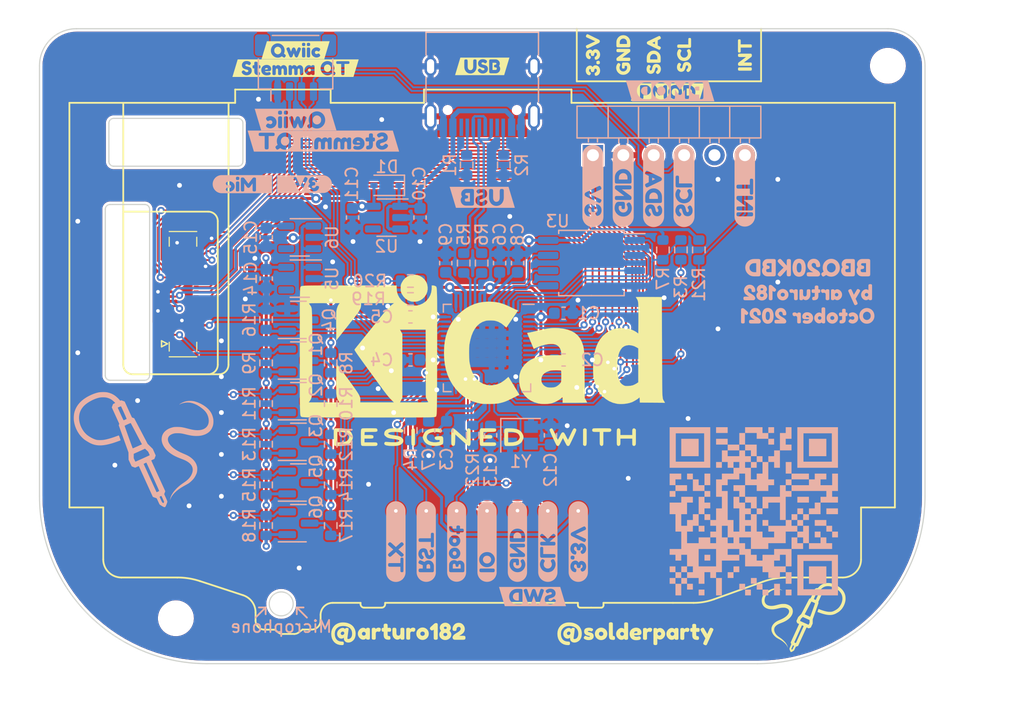
<source format=kicad_pcb>
(kicad_pcb (version 20221018) (generator pcbnew)
  (title_block (rev "2"))
  (layers (0 "F.Cu" signal) (31 "B.Cu" signal) (34 "B.Paste" user) (35 "F.Paste" user) (36 "B.SilkS" user "B.Silkscreen") (37 "F.SilkS" user "F.Silkscreen") (38 "B.Mask" user) (39 "F.Mask" user) (44 "Edge.Cuts" user))
  (net 0 "")
  (net 1 "+3V3")
  (net 2 "GND")
  (net 3 "Net-(C7-Pad1)")
  (net 4 "+5V")
  (net 5 "Net-(C12-Pad1)")
  (net 6 "Net-(C13-Pad1)")
  (net 7 "+1V8")
  (net 8 "+2V8")
  (net 9 "/SDA")
  (net 10 "/SCL")
  (net 11 "/INT")
  (net 12 "/USB_D+")
  (net 13 "Net-(J3-PadB5)")
  (net 15 "/USB_D-")
  (net 16 "Net-(J3-PadA5)")
  (net 18 "Net-(JP1-Pad2)")
  (net 19 "/Keyboard/TP_SHUTDOWN_1V8")
  (net 20 "/TP_SHUTDOWN")
  (net 21 "/Keyboard/TP_SCL_1V8")
  (net 22 "/TP_SCL")
  (net 23 "/Keyboard/TP_MOTION_1V8")
  (net 24 "/TP_MOTION")
  (net 25 "/BACKLIGHT")
  (net 26 "Net-(Q4-Pad3)")
  (net 27 "/Keyboard/TP_SDA_1V8")
  (net 28 "/TP_SDA")
  (net 29 "/Keyboard/TP_RESET_1V8")
  (net 30 "/TP_RESET")
  (net 31 "/BOOTSEL")
  (net 32 "/~{QSPI_CS}")
  (net 33 "/~{RESET}")
  (net 34 "/D-")
  (net 35 "/D+")
  (net 36 "/SWCLK")
  (net 37 "/SWDIO")
  (net 40 "/TX")
  (net 44 "/QSPI_SD3")
  (net 45 "/QSPI_SCLK")
  (net 46 "/QSPI_SD0")
  (net 47 "/QSPI_SD2")
  (net 48 "/QSPI_SD1")
  (net 50 "/COL1")
  (net 51 "/COL2")
  (net 52 "/COL3")
  (net 53 "/COL4")
  (net 54 "/COL5")
  (net 55 "/COL6")
  (net 56 "/MIC")
  (net 57 "/ROW7")
  (net 58 "/ROW6")
  (net 59 "/ROW5")
  (net 60 "/ROW4")
  (net 61 "/ROW3")
  (net 62 "/ROW2")
  (net 63 "/ROW1")
  (net 69 "Net-(U1-Pad21)")
  (footprint "svg2mod" (layer "F.Cu") (at 163.3 75.2)
    (fp_text reference "svg2mod" hide)
    (fp_text value "G***" hide)
  )
  (footprint "svg2mod" (layer "F.Cu") (at 136.2 120.5)
    (fp_text reference "svg2mod" hide)
    (fp_text value "G***" hide)
  )
  (footprint "svg2mod" (layer "F.Cu") (at 161.699168 120.5)
    (fp_text reference "svg2mod" hide)
    (fp_text value "G***" hide)
  )
  (footprint "svg2mod" (layer "F.Cu") (at 162.13 72.1 90)
    (fp_text reference "svg2mod" hide)
    (fp_text value "G***" hide)
  )
  (footprint "svg2mod" (layer "F.Cu") (at 155.1 120.5)
    (fp_text reference "svg2mod" hide)
    (fp_text value "G***" hide)
  )
  (footprint "svg2mod" (layer "F.Cu") (at 141.9 120.3)
    (fp_text reference "svg2mod" hide)
    (fp_text value "G***" hide)
  )
  (footprint "svg2mod" (layer "F.Cu") (at 157.05 72.1 90)
    (fp_text reference "svg2mod" hide)
    (fp_text value "G***" hide)
  )
  (footprint "svg2mod" (layer "F.Cu") (at 147.8 73.05)
    (fp_text reference "svg2mod" hide)
    (fp_text value "G***" hide)
  )
  (footprint "Symbols_Extra:SolderParty-New-Logo_7.5x6.4mm_SilkScreen" (layer "F.Cu") (at 174.9 118.9)
    (fp_text reference "G***" hide)
    (fp_text value "LOGO" hide)
  )
  (footprint "Symbol:KiCad-Logo2_12mm_SilkScreen" (layer "F.Cu") (at 147.8 96.4)
    (fp_text reference "REF**" hide)
    (fp_text value "KiCad-Logo2_12mm_SilkScreen" hide)
  )
  (footprint "svg2mod" (layer "F.Cu") (at 169.75 72.1 90)
    (fp_text reference "svg2mod" hide)
    (fp_text value "G***" hide)
  )
  (footprint "svg2mod" (layer "F.Cu") (at 159.59 72.1 90)
    (fp_text reference "svg2mod" hide)
    (fp_text value "G***" hide)
  )
  (footprint "Connector_Hirose_Extra:BM20B(0.8)-40DS-0.4V" (layer "F.Cu") (at 122.8 92.1 90)
    (fp_text reference "U4" hide)
    (fp_text value "BBQ20KBD")
  )
  (footprint "svg2mod" (layer "F.Cu") (at 132.2 71.7)
    (fp_text reference "svg2mod" hide)
    (fp_text value "G***" hide)
  )
  (footprint "svg2mod" (layer "F.Cu") (at 164.67 72.1 90)
    (fp_text reference "svg2mod" hide)
    (fp_text value "G***" hide)
  )
  (footprint "svg2mod" (layer "F.Cu") (at 132.2 73.2)
    (fp_text reference "svg2mod" hide)
    (fp_text value "G***" hide)
  )
  (footprint "Resistor_SMD:R_0603_1608Metric" (layer "B.Cu") (at 146.250002 89.5 90)
    (fp_text reference "R5")
    (fp_text value "27R")
  )
  (footprint "Capacitor_SMD:C_0603_1608Metric" (layer "B.Cu") (at 129.75 87.35 -90)
    (fp_text reference "C15")
    (fp_text value "0.1uF")
  )
  (footprint "MountingHole:MountingHole_2.7mm_M2.5" (layer "B.Cu") (at 122.2 119.2)
    (fp_text reference "H2" hide)
    (fp_text value "MountingHole")
  )
  (footprint "Resistor_SMD:R_0603_1608Metric" (layer "B.Cu") (at 129.7375 101.250001 -90)
    (fp_text reference "R11")
    (fp_text value "10K")
  )
  (footprint "Resistor_SMD:R_0603_1608Metric" (layer "B.Cu") (at 165.9 88.4 -90)
    (fp_text reference "R21")
    (fp_text value "10K")
  )
  (footprint "TestPoint:TestPoint_Pad_D1.5mm" (layer "B.Cu") (at 140.58 110.225)
    (fp_text reference "TP7" hide)
    (fp_text value "TP_TX")
  )
  (footprint "Package_TO_SOT_SMD:SOT-23" (layer "B.Cu") (at 132.4375 94.25)
    (fp_text reference "Q4")
    (fp_text value "BSS138")
  )
  (footprint "svg2mod" (layer "B.Cu") (at 145.66 112.7904 90)
    (fp_text reference "svg2mod" hide)
    (fp_text value "G***" hide)
  )
  (footprint "Resistor_SMD:R_0603_1608Metric" (layer "B.Cu") (at 129.7375 108.05 -90)
    (fp_text reference "R15")
    (fp_text value "10K")
  )
  (footprint "Package_TO_SOT_SMD:SOT-23" (layer "B.Cu") (at 132.4375 104.450001)
    (fp_text reference "Q3")
    (fp_text value "BSS138")
  )
  (footprint "Resistor_SMD:R_0603_1608Metric" (layer "B.Cu") (at 135.1375 111.450001 90)
    (fp_text reference "R17")
    (fp_text value "10K")
  )
  (footprint "svg2mod" (layer "B.Cu") (at 159.58 83.049048 90)
    (fp_text reference "svg2mod" hide)
    (fp_text value "G***" hide)
  )
  (footprint "Resistor_SMD:R_0603_1608Metric" (layer "B.Cu") (at 141.8 92.5)
    (fp_text reference "R19")
    (fp_text value "4.7K")
  )
  (footprint "Capacitor_SMD:C_0603_1608Metric" (layer "B.Cu") (at 150.750002 89.5 90)
    (fp_text reference "C8")
    (fp_text value "0.1uF")
  )
  (footprint "Capacitor_SMD:C_0603_1608Metric" (layer "B.Cu") (at 142.6 85.7 -90)
    (fp_text reference "C10")
    (fp_text value "10uF")
  )
  (footprint "Package_TO_SOT_SMD:SOT-23" (layer "B.Cu") (at 132.4375 97.65)
    (fp_text reference "Q1")
    (fp_text value "BSS138")
  )
  (footprint "Capacitor_SMD:C_0603_1608Metric" (layer "B.Cu") (at 153.5 103.9 90)
    (fp_text reference "C12")
    (fp_text value "12pF")
  )
  (footprint "TestPoint:TestPoint_Pad_D1.5mm" (layer "B.Cu") (at 148.2 110.225 180)
    (fp_text reference "TP4" hide)
    (fp_text value "TP_SWDIO")
  )
  (footprint "Capacitor_SMD:C_0603_1608Metric" (layer "B.Cu") (at 154.6 97.6)
    (fp_text reference "C2")
    (fp_text value "0.1uF")
  )
  (footprint "svg2mod" (layer "B.Cu") (at 175 92.13807 180)
    (fp_text reference "svg2mod" hide)
    (fp_text value "G***" hide)
  )
  (footprint "Resistor_SMD:R_0603_1608Metric" (layer "B.Cu") (at 129.7375 94.225001 90)
    (fp_text reference "R16")
    (fp_text value "10K")
  )
  (footprint "Package_TO_SOT_SMD:SOT-23" (layer "B.Cu") (at 132.4375 107.850001)
    (fp_text reference "Q5")
    (fp_text value "BSS138")
  )
  (footprint "svg2mod" (layer "B.Cu") (at 155.825 112.79 90)
    (fp_text reference "svg2mod" hide)
    (fp_text value "G***" hide)
  )
  (footprint "svg2mod" (layer "B.Cu") (at 169.74 83.028093 90)
    (fp_text reference "svg2mod" hide)
    (fp_text value "G***" hide)
  )
  (footprint "Package_SO:SSOP-8_5.25x5.24mm_P1.27mm" (layer "B.Cu") (at 156.92375 89.495 180)
    (fp_text reference "U3")
    (fp_text value "GD25Q16xS")
  )
  (footprint "svg2mod" (layer "B.Cu") (at 152 117.3878 180)
    (fp_text reference "svg2mod" hide)
    (fp_text value "G***" hide)
  )
  (footprint "TestPoint:TestPoint_Pad_D1.5mm" (layer "B.Cu") (at 145.66 110.225 180)
    (fp_text reference "TP1" hide)
    (fp_text value "TP_USBBOOT")
  )
  (footprint "svg2mod" (layer "B.Cu") (at 132.95 82.9 180)
    (fp_text reference "svg2mod" hide)
    (fp_text value "G***" hide)
  )
  (footprint "svg2mod" (layer "B.Cu") (at 143.12 112.7904 90)
    (fp_text reference "svg2mod" hide)
    (fp_text value "G***" hide)
  )
  (footprint "svg2mod" (layer "B.Cu") (at 148.2 112.7904 90)
    (fp_text reference "svg2mod" hide)
    (fp_text value "G***" hide)
  )
  (footprint "TestPoint:TestPoint_Pad_D1.5mm" (layer "B.Cu") (at 150.74 110.225)
    (fp_text reference "TP5" hide)
    (fp_text value "TP_GND")
  )
  (footprint "svg2mod" (layer "B.Cu") (at 147.8 84 180)
    (fp_text reference "svg2mod" hide)
    (fp_text value "G***" hide)
  )
  (footprint "Package_DFN_QFN_Extra:QFN-56_EP_7x7_Pitch0.4mm" (layer "B.Cu") (at 148.2 96.6 180)
    (fp_text reference "U1" hide)
    (fp_text value "RP2040")
  )
  (footprint "Capacitor_SMD:C_0603_1608Metric" (layer "B.Cu") (at 148.5 103.899999 -90)
    (fp_text reference "C13")
    (fp_text value "12pF")
  )
  (footprint "Resistor_SMD:R_0603_1608Metric" (layer "B.Cu") (at 135.1375 97.85 90)
    (fp_text reference "R8")
    (fp_text value "10K")
  )
  (footprint "Resistor_SMD:R_0603_1608Metric" (layer "B.Cu") (at 141.8 91 180)
    (fp_text reference "R20")
    (fp_text value "4.7K")
  )
  (footprint "Resistor_SMD:R_0603_1608Metric" (layer "B.Cu") (at 147 103.9 -90)
    (fp_text reference "R22")
    (fp_text value "1K")
  )
  (footprint "Capacitor_SMD:C_0603_1608Metric" (layer "B.Cu") (at 143.324999 103.500481 -90)
    (fp_text reference "C7")
    (fp_text value "0.1uF")
  )
  (footprint "Resistor_SMD:R_0603_1608Metric" (layer "B.Cu") (at 129.7375 111.450001 -90)
    (fp_text reference "R18")
    (fp_text value "10K")
  )
  (footprint "Package_TO_SOT_SMD:SOT-23-5" (layer "B.Cu") (at 132.55 90.8 180)
    (fp_text reference "U5")
    (fp_text value "ME6212C18M5G")
  )
  (footprint "Resistor_SMD:R_0603_1608Metric" (layer "B.Cu") (at 135.1375 104.650001 90)
    (fp_text reference "R12")
    (fp_text value "10K")
  )
  (footprint "Capacitor_SMD:C_0603_1608Metric" (layer "B.Cu") (at 144.824999 103.500481 -90)
    (fp_text reference "C3")
    (fp_text value "0.1uF")
  )
  (footprint "TestPoint:TestPoint_Pad_D1.5mm" (layer "B.Cu") (at 155.82 110.225)
    (fp_text reference "TP6" hide)
    (fp_text value "TP_3V3")
  )
  (footprint "svg2mod" (layer "B.Cu") (at 132.2 77.5 180)
    (fp_text reference "svg2mod" hide)
    (fp_text value "G***" hide)
  )
  (footprint "MountingHole:MountingHole_2.7mm_M2.5" (layer "B.Cu") (at 181.7 73)
    (fp_text reference "H1" hide)
    (fp_text value "MountingHole")
  )
  (footprint "Package_TO_SOT_SMD:SOT-23-5" (layer "B.Cu") (at 139.8 85.7 180)
    (fp_text reference "U2")
    (fp_text value "AP2112K-3.3")
  )
  (footprint "svg2mod" (layer "B.Cu") (at 163.5 75.1 180)
    (fp_text reference "svg2mod" hide)
    (fp_text value "G***" hide)
  )
  (footprint "Resistor_SMD:R_0603_1608Metric" (layer "B.Cu") (at 141.824999 103.500481 90)
    (fp_text reference "R4")
    (fp_text value "10K")
  )
  (footprint "Capacitor_SMD:C_0603_1608Metric" (layer "B.Cu") (at 154.6 93.7)
    (fp_text reference "C1")
    (fp_text value "0.1uF")
  )
  (footprint "svg2mod" (layer "B.Cu") (at 175 89.88807 180)
    (fp_text reference "svg2mod" hide)
    (fp_text value "G***" hide)
  )
  (footprint "LOGO" (layer "B.Cu") (at 170.5 110.25 180)
    (fp_text reference "G***" hide)
    (fp_text value "LOGO" hide)
  )
  (footprint "Connector_JST:JST_SH_SM04B-SRSS-TB_1x04-1MP_P1.00mm_Horizontal" (layer "B.Cu") (at 132.2 73.15)
    (fp_text reference "J1" hide)
    (fp_text value "Conn_Stemma_QT")
  )
  (footprint "Symbols_Extra:SolderParty-New-Logo_12.5x10.6mm_SilkScreen" (layer "B.Cu") (at 119.099643 104.696788 180)
    (fp_text reference "G***" hide)
    (fp_text value "LOGO" hide)
  )
  (footprint "svg2mod" (layer "B.Cu") (at 127.75 82.9 180)
    (fp_text reference "svg2mod" hide)
    (fp_text value "G***" hide)
  )
  (footprint "svg2mod" (layer "B.Cu") (at 134.523479 79.3 180)
    (fp_text reference "svg2mod" hide)
    (fp_text value "G***" hide)
  )
  (footprint "Resistor_SMD:R_0603_1608Metric" (layer "B.Cu") (at 147.75 89.5 90)
    (fp_text reference "R6")
    (fp_text value "27R")
  )
  (footprint "Capacitor_SMD:C_0603_1608Metric" (layer "B.Cu") (at 136.962499 85.7 90)
    (fp_text reference "C11")
    (fp_text value "10uF")
  )
  (footprint "Resistor_SMD:R_0603_1608Metric" (layer "B.Cu") (at 162.9 88.4 90)
    (fp_text reference "R7")
    (fp_text value "10K")
  )
  (footprint "Diode_SMD:D_SOD-323" (layer "B.Cu") (at 139.8 83 180)
    (fp_text reference "D1")
    (fp_text value "D_Schottky_Small")
  )
  (footprint "Capacitor_SMD:C_0603_1608Metric" (layer "B.Cu") (at 149.250002 89.5 90)
    (fp_text reference "C6")
    (fp_text value "1uF")
  )
  (footprint "Capacitor_SMD:C_0603_1608Metric" (layer "B.Cu") (at 141.8 97.6 180)
    (fp_text reference "C4")
    (fp_text value "0.1uF")
  )
  (footprint "svg2mod" (layer "B.Cu") (at 140.58 112.7904 90)
    (fp_text reference "svg2mod" hide)
    (fp_text value "G***" hide)
  )
  (footprint "Capacitor_SMD:C_0603_1608Metric" (layer "B.Cu") (at 129.75 90.8 -90)
    (fp_text reference "C14")
    (fp_text value "0.1uF")
  )
  (footprint "Connector_PinHeader_2.54mm_Extra:PMODPinHeader_1x06_P2.54mm_Horizontal" (layer "B.Cu") (at 157.05 80.475 -90)
    (fp_text reference "J2" hide)
    (fp_text value "PMOD")
  )
  (footprint "Resistor_SMD:R_0603_1608Metric" (layer "B.Cu") (at 146.5 81.3 90)
    (fp_text reference "R1")
    (fp_text value "5.1K")
  )
  (footprint "Jumper:SolderJumper-2_P1.3mm_Open_RoundedPad1.0x1.5mm" (layer "B.Cu") (at 130.45 82.9 180)
    (fp_text reference "JP1" hide)
    (fp_text value "SJ_MIC_VDD")
  )
  (footprint "Connector_USB:USB_C_Receptacle_HRO_TYPE-C-31-M-12" (layer "B.Cu") (at 147.8 74.1)
    (fp_text reference "J3" hide)
    (fp_text value "USB_C_Receptacle_USB2.0")
  )
  (footprint "svg2mod" (layer "B.Cu") (at 175 93.88807 180)
    (fp_text reference "svg2mod" hide)
    (fp_text value "G***" hide)
  )
  (footprint "Crystal:Crystal_SMD_2520-4Pin_2.5x2.0mm" (layer "B.Cu") (at 151 103.9)
    (fp_text reference "Y1")
    (fp_text value "XYDBPCNANF-12MHZ")
  )
  (footprint "Package_TO_SOT_SMD:SOT-23" (layer "B.Cu") (at 132.4375 101.050001)
    (fp_text reference "Q2")
    (fp_text value "BSS138")
  )
  (footprint "Resistor_SMD:R_0603_1608Metric" (layer "B.Cu") (at 129.7375 104.650001 -90)
    (fp_text reference "R13")
    (fp_text value "10K")
  )
  (footprint "svg2mod" (layer "B.Cu") (at 162.12 83.048095 90)
    (fp_text reference "svg2mod" hide)
    (fp_text value "G***" hide)
  )
  (footprint "Resistor_SMD:R_0603_1608Metric" (layer "B.Cu") (at 135.1375 108.05 90)
    (fp_text reference "R14")
    (fp_text value "10K")
  )
  (footprint "Resistor_SMD:R_0603_1608Metric" (layer "B.Cu") (at 149.6 81.3 90)
    (fp_text reference "R2")
    (fp_text value "5.1K")
  )
  (footprint "Resistor_SMD:R_0603_1608Metric" (layer "B.Cu") (at 164.4 88.395 90)
    (fp_text reference "R3")
    (fp_text value "1K")
  )
  (footprint "Capacitor_SMD:C_0603_1608Metric" (layer "B.Cu") (at 141.8 94 180)
    (fp_text reference "C5")
    (fp_text value "0.1uF")
  )
  (footprint "Package_TO_SOT_SMD:SOT-23" (layer "B.Cu") (at 132.4375 111.250001)
    (fp_text reference "Q6")
    (fp_text value "BSS138")
  )
  (footprint "TestPoint:TestPoint_Pad_D1.5mm" (layer "B.Cu") (at 153.279999 110.225 180)
    (fp_text reference "TP3" hide)
    (fp_text value "TP_SWCLK")
  )
  (footprint "TestPoint:TestPoint_Pad_D1.5mm" (layer "B.Cu") (at 143.12 110.225 180)
    (fp_text reference "TP2" hide)
    (fp_text value "TP_RESET")
  )
  (footprint "svg2mod" (layer "B.Cu") (at 150.74 112.7904 90)
    (fp_text reference "svg2mod" hide)
    (fp_text value "G***" hide)
  )
  (footprint "svg2mod" (layer "B.Cu") (at 157.05 83.05 90)
    (fp_text reference "svg2mod" hide)
    (fp_text value "G***" hide)
  )
  (footprint "svg2mod" (layer "B.Cu") (at 153.28 112.7904 90)
    (fp_text reference "svg2mod" hide)
    (fp_text value "G***" hide)
  )
  (footprint "Package_TO_SOT_SMD:SOT-23-5" (layer "B.Cu") (at 132.55 87.35 180)
    (fp_text reference "U6")
    (fp_text value "ME6212C28M5G")
  )
  (footprint "Capacitor_SMD:C_0603_1608Metric" (layer "B.Cu") (at 144.750002 89.5 90)
    (fp_text reference "C9")
    (fp_text value "1uF")
  )
  (footprint "Resistor_SMD:R_0603_1608Metric" (layer "B.Cu") (at 135.1375 101.250001 90)
    (fp_text reference "R10")
    (fp_text value "10K")
  )
  (footprint "Resistor_SMD:R_0603_1608Metric" (layer "B.Cu") (at 129.7375 97.85 -90)
    (fp_text reference "R9")
    (fp_text value "10K")
  )
  (footprint "svg2mod" (layer "B.Cu") (at 164.66 83.048095 90)
    (fp_text reference "svg2mod" hide)
    (fp_text value "G***" hide)
  )
  (gr_line (start 128.851472 119.148528) (end 129.7 118.3) (stroke (width 0.15)) (layer "B.SilkS"))
  (gr_line (start 129.7 118.3) (end 129.7 118.865685) (stroke (width 0.15)) (layer "B.SilkS"))
  (gr_line (start 129.7 118.3) (end 129.134315 118.3) (stroke (width 0.15)) (layer "B.SilkS"))
  (gr_line (start 133.148528 119.148528) (end 132.3 118.3) (stroke (width 0.15)) (layer "B.SilkS"))
  (gr_line (start 132.3 118.3) (end 132.3 118.865685) (stroke (width 0.15)) (layer "B.SilkS"))
  (gr_line (start 132.3 118.3) (end 132.865685 118.3) (stroke (width 0.15)) (layer "B.SilkS"))
  (gr_arc locked (start 122.319125 115.792999) (mid 123.274337 115.868755) (end 124.205666 116.094131) (stroke (width 0.15)) (layer "F.SilkS"))
  (gr_line locked (start 179.454999 114.277999) (end 179.454999 109.934999) (stroke (width 0.15)) (layer "F.SilkS"))
  (gr_line (start 155.7 69.9) (end 155.7 74.3) (stroke (width 0.15)) (layer "F.SilkS"))
  (gr_arc locked (start 134.291612 119.389642) (mid 134.069745 119.925275) (end 133.534112 120.147142) (stroke (width 0.15)) (layer "F.SilkS"))
  (gr_line (start 125.7 98) (end 125.700001 86.000001) (stroke (width 0.15)) (layer "F.SilkS"))
  (gr_line locked (start 129.614246 120.157857) (end 130.472804 120.157857) (stroke (width 0.15)) (layer "F.SilkS"))
  (gr_line locked (start 134.291612 119.389642) (end 134.291612 118.923999) (stroke (width 0.15)) (layer "F.SilkS"))
  (gr_line locked (start 130.472804 120.157857) (end 130.744306 120.379502) (stroke (width 0.15)) (layer "F.SilkS"))
  (gr_line locked (start 124.205666 116.094131) (end 127.813382 117.275979) (stroke (width 0.15)) (layer "F.SilkS"))
  (gr_arc (start 118.6 98.800001) (mid 118.034314 98.565686) (end 117.799999 98) (stroke (width 0.15)) (layer "F.SilkS"))
  (gr_line locked (start 139.687132 117.913999) (end 155.793035 117.913999) (stroke (width 0.15)) (layer "F.SilkS"))
  (gr_line locked (start 132.449217 120.395841) (end 132.782679 120.147142) (stroke (width 0.15)) (layer "F.SilkS"))
  (gr_arc locked (start 179.454999 114.277999) (mid 179.011266 115.349266) (end 177.939999 115.792999) (stroke (width 0.15)) (layer "F.SilkS"))
  (gr_line locked (start 137.933678 118.317999) (end 139.384132 118.317999) (stroke (width 0.15)) (layer "F.SilkS"))
  (gr_line locked (start 128.856746 118.715696) (end 128.856746 119.400357) (stroke (width 0.15)) (layer "F.SilkS"))
  (gr_arc locked (start 127.813381 117.275979) (mid 128.56848 117.82668) (end 128.856746 118.715696) (stroke (width 0.15)) (layer "F.SilkS"))
  (gr_line (start 124.9 98.8) (end 119.7 98.8) (stroke (width 0.15)) (layer "F.SilkS"))
  (gr_arc locked (start 167.160917 117.617121) (mid 166.320753 117.839226) (end 165.454949 117.913999) (stroke (width 0.15)) (layer "F.SilkS"))
  (gr_line locked (start 135.301612 117.913999) (end 137.630678 117.913999) (stroke (width 0.15)) (layer "F.SilkS"))
  (gr_line locked (start 131.127538 120.516067) (end 132.086921 120.516067) (stroke (width 0.15)) (layer "F.SilkS"))
  (gr_arc (start 125.7 98) (mid 125.465686 98.565685) (end 124.900001 98.799999) (stroke (width 0.15)) (layer "F.SilkS"))
  (gr_arc locked (start 131.127537 120.516067) (mid 130.924119 120.480906) (end 130.744306 120.379502) (stroke (width 0.15)) (layer "F.SilkS"))
  (gr_line (start 117.8 76.15) (end 117.799999 98) (stroke (width 0.15)) (layer "F.SilkS"))
  (gr_arc locked (start 117.643 115.792999) (mid 116.571733 115.349266) (end 116.128 114.277999) (stroke (width 0.15)) (layer "F.SilkS"))
  (gr_line locked (start 142.933178 74.989) (end 142.933178 76.1) (stroke (width 0.15)) (layer "F.SilkS"))
  (gr_arc locked (start 139.687132 118.014999) (mid 139.598385 118.229252) (end 139.384132 118.317999) (stroke (width 0.15)) (layer "F.SilkS"))
  (gr_line locked (start 182.282999 76.1) (end 155.255177 76.1) (stroke (width 0.15)) (layer "F.SilkS"))
  (gr_arc locked (start 132.449218 120.395842) (mid 132.277783 120.485226) (end 132.086921 120.516067) (stroke (width 0.15)) (layer "F.SilkS"))
  (gr_line (start 117.8 85.2) (end 124.900001 85.200001) (stroke (width 0.15)) (layer "F.SilkS"))
  (gr_line locked (start 155.255177 76.1) (end 155.255177 74.989) (stroke (width 0.15)) (layer "F.SilkS"))
  (gr_arc locked (start 157.931677 118.115999) (mid 157.872513 118.258835) (end 157.729677 118.317999) (stroke (width 0.15)) (layer "F.SilkS"))
  (gr_arc (start 126.593756 98) (mid 126.359441 98.565686) (end 125.793755 98.800001) (stroke (width 0.15)) (layer "F.SilkS"))
  (gr_line locked (start 135.132445 74.989) (end 127.153445 74.989) (stroke (width 0.15)) (layer "F.SilkS"))
  (gr_line locked (start 127.153445 76.1) (end 113.3 76.1) (stroke (width 0.15)) (layer "F.SilkS"))
  (gr_line locked (start 156.904483 118.317999) (end 157.729677 118.317999) (stroke (width 0.15)) (layer "F.SilkS"))
  (gr_line (start 155.7 74.3) (end 171.1 74.3) (stroke (width 0.15)) (layer "F.SilkS"))
  (gr_line locked (start 137.630678 117.913999) (end 137.630678 118.014999) (stroke (width 0.15)) (layer "F.SilkS"))
  (gr_line locked (start 155.995035 118.317999) (end 156.904483 118.317999) (stroke (width 0.15)) (layer "F.SilkS"))
  (gr_arc (start 124.900001 85.200001) (mid 125.465686 85.434315) (end 125.7 86) (stroke (width 0.15)) (layer "F.SilkS"))
  (gr_line locked (start 173.297817 115.792999) (end 177.939999 115.792999) (stroke (width 0.15)) (layer "F.SilkS"))
  (gr_line locked (start 113.3 76.1) (end 113.3 109.934999) (stroke (width 0.15)) (layer "F.SilkS"))
  (gr_line locked (start 132.782679 120.147142) (end 133.534112 120.147142) (stroke (width 0.15)) (layer "F.SilkS"))
  (gr_line locked (start 117.643 115.792999) (end 122.319125 115.792999) (stroke (width 0.15)) (layer "F.SilkS"))
  (gr_line locked (start 139.687132 118.014999) (end 139.687132 117.913999) (stroke (width 0.15)) (layer "F.SilkS"))
  (gr_line (start 126.6 76.121929) (end 126.593756 98) (stroke (width 0.15)) (layer "F.SilkS"))
  (gr_line locked (start 142.933178 76.1) (end 135.132445 76.1) (stroke (width 0.15)) (layer "F.SilkS"))
  (gr_line locked (start 127.153445 74.989) (end 127.153445 76.1) (stroke (width 0.15)) (layer "F.SilkS"))
  (gr_line locked (start 179.454999 109.934999) (end 182.282999 109.934999) (stroke (width 0.15)) (layer "F.SilkS"))
  (gr_line (start 125.793755 98.800001) (end 118.6 98.800001) (stroke (width 0.15)) (layer "F.SilkS"))
  (gr_line locked (start 157.931677 118.115999) (end 157.931677 117.913999) (stroke (width 0.15)) (layer "F.SilkS"))
  (gr_arc locked (start 171.250655 116.149252) (mid 172.258853 115.882726) (end 173.297817 115.792999) (stroke (width 0.15)) (layer "F.SilkS"))
  (gr_arc locked (start 129.614246 120.157857) (mid 129.078613 119.93599) (end 128.856746 119.400357) (stroke (width 0.15)) (layer "F.SilkS"))
  (gr_arc locked (start 155.995035 118.317999) (mid 155.852199 118.258835) (end 155.793035 118.115999) (stroke (width 0.15)) (layer "F.SilkS"))
  (gr_line locked (start 157.931677 117.913999) (end 163.736216 117.913999) (stroke (width 0.15)) (layer "F.SilkS"))
  (gr_line locked (start 155.793035 117.913999) (end 155.793035 118.115999) (stroke (width 0.15)) (layer "F.SilkS"))
  (gr_line locked (start 167.160918 117.617122) (end 171.250656 116.149253) (stroke (width 0.15)) (layer "F.SilkS"))
  (gr_line locked (start 116.128 109.934999) (end 116.128 114.277999) (stroke (width 0.15)) (layer "F.SilkS"))
  (gr_line locked (start 135.132445 76.1) (end 135.132445 74.989) (stroke (width 0.15)) (layer "F.SilkS"))
  (gr_line locked (start 182.282999 109.934999) (end 182.282999 76.1) (stroke (width 0.15)) (layer "F.SilkS"))
  (gr_arc locked (start 134.291612 118.923999) (mid 134.587434 118.209821) (end 135.301612 117.913999) (stroke (width 0.15)) (layer "F.SilkS"))
  (gr_line locked (start 155.255177 74.989) (end 142.933178 74.989) (stroke (width 0.15)) (layer "F.SilkS"))
  (gr_arc locked (start 137.933678 118.317999) (mid 137.719425 118.229252) (end 137.630678 118.014999) (stroke (width 0.15)) (layer "F.SilkS"))
  (gr_line (start 171.1 74.3) (end 171.1 69.9) (stroke (width 0.15)) (layer "F.SilkS"))
  (gr_line locked (start 163.736216 117.913999) (end 165.454949 117.913999) (stroke (width 0.15)) (layer "F.SilkS"))
  (gr_line locked (start 113.3 109.934999) (end 116.128 109.934999) (stroke (width 0.15)) (layer "F.SilkS"))
  (gr_line (start 119.6 99.3) (end 116.699999 99.3) (stroke (width 0.1)) (layer "Edge.Cuts"))
  (gr_arc (start 181.7 69.9) (mid 183.892031 70.807969) (end 184.8 73) (stroke (width 0.1)) (layer "Edge.Cuts"))
  (gr_line (start 127.4 77.4) (end 117 77.4) (stroke (width 0.1)) (layer "Edge.Cuts"))
  (gr_arc (start 116.6 77.8) (mid 116.717157 77.517157) (end 117 77.4) (stroke (width 0.1)) (layer "Edge.Cuts"))
  (gr_line (start 116.999999 81.4) (end 127.4 81.4) (stroke (width 0.1)) (layer "Edge.Cuts"))
  (gr_line (start 181.7 69.9) (end 113.9 69.9) (stroke (width 0.1)) (layer "Edge.Cuts"))
  (gr_line (start 119.600001 84.6) (end 116.700001 84.6) (stroke (width 0.1)) (layer "Edge.Cuts"))
  (gr_arc (start 119.600001 84.6) (mid 119.882843 84.717158) (end 120 85.000001) (stroke (width 0.1)) (layer "Edge.Cuts"))
  (gr_line (start 116.3 84.999999) (end 116.3 98.9) (stroke (width 0.1)) (layer "Edge.Cuts"))
  (gr_arc (start 120 98.900001) (mid 119.882842 99.182843) (end 119.599999 99.3) (stroke (width 0.1)) (layer "Edge.Cuts"))
  (gr_line (start 116.6 77.8) (end 116.6 81) (stroke (width 0.1)) (layer "Edge.Cuts"))
  (gr_arc (start 116.999999 81.4) (mid 116.717157 81.282842) (end 116.6 80.999999) (stroke (width 0.1)) (layer "Edge.Cuts"))
  (gr_arc (start 116.699999 99.3) (mid 116.417157 99.182842) (end 116.3 98.899999) (stroke (width 0.1)) (layer "Edge.Cuts"))
  (gr_arc (start 110.8 73) (mid 111.707969 70.807969) (end 113.9 69.9) (stroke (width 0.1)) (layer "Edge.Cuts"))
  (gr_arc (start 184.8 109) (mid 180.699495 118.899495) (end 170.8 123) (stroke (width 0.1)) (layer "Edge.Cuts"))
  (gr_line (start 127.8 77.8) (end 127.8 81) (stroke (width 0.1)) (layer "Edge.Cuts"))
  (gr_line (start 184.8 73) (end 184.8 109) (stroke (width 0.1)) (layer "Edge.Cuts"))
  (gr_line (start 120 85) (end 120 98.900001) (stroke (width 0.1)) (layer "Edge.Cuts"))
  (gr_arc (start 124.8 123) (mid 114.900505 118.899495) (end 110.8 109) (stroke (width 0.1)) (layer "Edge.Cuts"))
  (gr_arc (start 127.4 77.4) (mid 127.682843 77.517157) (end 127.8 77.8) (stroke (width 0.1)) (layer "Edge.Cuts"))
  (gr_arc (start 116.3 84.999999) (mid 116.417158 84.717157) (end 116.700001 84.6) (stroke (width 0.1)) (layer "Edge.Cuts"))
  (gr_line (start 170.8 123) (end 124.8 123) (stroke (width 0.1)) (layer "Edge.Cuts"))
  (gr_circle (center 131 118) (end 130 118) (stroke (width 0.1)) (fill none) (layer "Edge.Cuts"))
  (gr_arc (start 127.8 81) (mid 127.682843 81.282843) (end 127.4 81.4) (stroke (width 0.1)) (layer "Edge.Cuts"))
  (gr_line (start 110.8 109) (end 110.8 73) (stroke (width 0.1)) (layer "Edge.Cuts"))
  (gr_text "Microphone" (at 131 119.9) (layer "B.SilkS") (effects (font (size 1 1)) (justify mirror)))
  (segment (start 124.249511 94.150489) (end 124.249511 93.649511) (width 0.15) (layer "F.Cu") (net 1))
  (segment (start 143.7 99.3) (end 143.7 97.6) (width 0.25) (layer "F.Cu") (net 1))
  (segment (start 129.4 87.4) (end 132.7 84.1) (width 0.25) (layer "F.Cu") (net 1))
  (segment (start 137.75 84.75) (end 137.1 84.1) (width 0.25) (layer "F.Cu") (net 1))
  (segment (start 124.8 93.5) (end 123.885 93.5) (width 0.2) (layer "F.Cu") (net 1))
  (segment (start 141.8 105.4) (end 141.8 101.2) (width 0.25) (layer "F.Cu") (net 1))
  (segment (start 143.7 92.1) (end 143.7 94) (width 0.25) (layer "F.Cu") (net 1))
  (segment (start 145.078235 91.521765) (end 144.278235 91.521765) (width 0.25) (layer "F.Cu") (net 1))
  (segment (start 123.885 94.3) (end 124.1 94.3) (width 0.15) (layer "F.Cu") (net 1))
  (segment (start 152.7 94) (end 152.7 97.6) (width 0.25) (layer "F.Cu") (net 1))
  (segment (start 141.8 101.2) (end 143.7 99.3) (width 0.25) (layer "F.Cu") (net 1))
  (segment (start 132 87.4) (end 129.4 87.4) (width 0.25) (layer "F.Cu") (net 1))
  (segment (start 151.7 91.3) (end 152.7 92.3) (width 0.25) (layer "F.Cu") (net 1))
  (segment (start 148.440734 91.540734) (end 151.940734 91.540734) (width 0.25) (layer "F.Cu") (net 1))
  (segment (start 144.278235 91.521765) (end 143.7 92.1) (width 0.25) (layer "F.Cu") (net 1))
  (segment (start 127.94952 88.85048) (end 127.94952 90.35048) (width 0.25) (layer "F.Cu") (net 1))
  (segment (start 124.1 94.3) (end 124.249511 94.150489) (width 0.15) (layer "F.Cu") (net 1))
  (segment (start 132.7 84.1) (end 133.9 84.1) (width 0.25) (layer "F.Cu") (net 1))
  (segment (start 124.249511 93.649511) (end 124.1 93.5) (width 0.15) (layer "F.Cu") (net 1))
  (segment (start 143.7 94) (end 143.7 97.6) (width 0.25) (layer "F.Cu") (net 1))
  (segment (start 124.1 93.5) (end 123.885 93.5) (width 0.15) (layer "F.Cu") (net 1))
  (segment (start 152.7 92.3) (end 152.7 94) (width 0.25) (layer "F.Cu") (net 1))
  (segment (start 135.5 94) (end 135.15 93.65) (width 0.25) (layer "F.Cu") (net 1))
  (segment (start 127.94952 90.35048) (end 124.8 93.5) (width 0.25) (layer "F.Cu") (net 1))
  (segment (start 135.15 102.95) (end 135.15 109.75) (width 0.25) (layer "F.Cu") (net 1))
  (segment (start 135.15 99.55) (end 135.15 102.95) (width 0.25) (layer "F.Cu") (net 1))
  (segment (start 135.15 99.55) (end 135.15 92.6) (width 0.25) (layer "F.Cu") (net 1))
  (segment (start 137.1 84.1) (end 133.9 84.1) (width 0.25) (layer "F.Cu") (net 1))
  (segment (start 143.7 94) (end 135.5 94) (width 0.25) (layer "F.Cu") (net 1))
  (segment (start 129.4 87.4) (end 127.94952 88.85048) (width 0.25) (layer "F.Cu") (net 1))
  (segment (start 151.7 87.6) (end 151.7 91.3) (width 0.25) (layer "F.Cu") (net 1))
  (segment (start 148.440734 91.540734) (end 145.097204 91.540734) (width 0.25) (layer "F.Cu") (net 1))
  (segment (start 145.097204 91.540734) (end 145.078235 91.521765) (width 0.25) (layer "F.Cu") (net 1))
  (via (at 132 87.4) (size 0.8) (drill 0.4) (layers "F.Cu" "B.Cu") (net 1))
  (via (at 135.15 99.55) (size 0.6) (drill 0.3) (layers "F.Cu" "B.Cu") (net 1))
  (via (at 135.15 106.35) (size 0.6) (drill 0.3) (layers "F.Cu" "B.Cu") (net 1))
  (via (at 148.440734 91.540734) (size 0.8) (drill 0.4) (layers "F.Cu" "B.Cu") (net 1))
  (via (at 133.9 84.1) (size 0.8) (drill 0.4) (layers "F.Cu" "B.Cu") (net 1))
  (via (at 151.7 87.6) (size 0.8) (drill 0.4) (layers "F.Cu" "B.Cu") (net 1))
  (via (at 152.7 97.6) (size 0.8) (drill 0.4) (layers "F.Cu" "B.Cu") (net 1))
  (via (at 135.15 96.15) (size 0.6) (drill 0.3) (layers "F.Cu" "B.Cu") (net 1))
  (via (at 135.15 92.6) (size 0.6) (drill 0.3) (layers "F.Cu" "B.Cu") (net 1))
  (via (at 135.15 102.95) (size 0.6) (drill 0.3) (layers "F.Cu" "B.Cu") (net 1))
  (via (at 141.8 105.4) (size 0.6) (drill 0.3) (layers "F.Cu" "B.Cu") (net 1))
  (via (at 155.82 110.225) (size 0.6) (drill 0.3) (layers "F.Cu" "B.Cu") (net 1))
  (via (at 135.15 109.75) (size 0.6) (drill 0.3) (layers "F.Cu" "B.Cu") (net 1))
  (via (at 145.078235 91.521765) (size 0.8) (drill 0.4) (layers "F.Cu" "B.Cu") (net 1))
  (via (at 152.7 94) (size 0.8) (drill 0.4) (layers "F.Cu" "B.Cu") (net 1))
  (via (at 143.7 94) (size 0.8) (drill 0.4) (layers "F.Cu" "B.Cu") (net 1))
  (via (at 137.75 84.75) (size 0.8) (drill 0.4) (layers "F.Cu" "B.Cu") (net 1))
  (via (at 143.7 97.6) (size 0.8) (drill 0.4) (layers "F.Cu" "B.Cu") (net 1))
  (segment (start 153.845 112.2) (end 145.4 112.2) (width 0.25) (layer "B.Cu") (net 1))
  (segment (start 133.9 84.1) (end 132.7 82.9) (width 0.25) (layer "B.Cu") (net 1))
  (segment (start 165.025 86.7) (end 157.1 86.7) (width 0.25) (layer "B.Cu") (net 1))
  (segment (start 155.82 110.225) (end 153.845 112.2) (width 0.25) (layer "B.Cu") (net 1))
  (segment (start 148.659266 91.540734) (end 148.440734 91.540734) (width 0.25) (layer "B.Cu") (net 1))
  (segment (start 132.75 86.55) (end 132.75 90) (width 0.25) (layer "B.Cu") (net 1))
  (segment (start 145.151442 101.848558) (end 146.916448 101.848558) (width 0.25) (layer "B.Cu") (net 1))
  (segment (start 132 87.4) (end 132.5 87.4) (width 0.25) (layer "B.Cu") (net 1))
  (segment (start 135.1375 110.625001) (end 135.1375 109.7625) (width 0.25) (layer "B.Cu") (net 1))
  (segment (start 132.7 82.9) (end 131.1 82.9) (width 0.25) (layer "B.Cu") (net 1))
  (segment (start 157.1 86.7) (end 157.05 86.65) (width 0.25) (layer "B.Cu") (net 1))
  (segment (start 149.250002 90.275) (end 149.250002 90.949998) (width 0.25) (layer "B.Cu") (net 1))
  (segment (start 132.75 88.15) (end 132.9 88.3) (width 0.25) (layer "B.Cu") (net 1))
  (segment (start 157 86.7) (end 156.11 87.59) (width 0.25) (layer "B.Cu") (net 1))
  (segment (start 142.575 94) (end 142.575 91.05) (width 0.2) (layer "B.Cu") (net 1))
  (segment (start 135.15 92.075) (end 134.825 91.75) (width 0.25) (layer "B.Cu") (net 1))
  (segment (start 162.9 87.575001) (end 162.9 87) (width 0.25) (layer "B.Cu") (net 1))
  (segment (start 157.1 86.7) (end 157 86.7) (width 0.25) (layer "B.Cu") (net 1))
  (segment (start 165.9 87.575) (end 165.025 86.7) (width 0.25) (layer "B.Cu") (net 1))
  (segment (start 146 93.1625) (end 146 92.1) (width 0.25) (layer "B.Cu") (net 1))
  (segment (start 148 100.765006) (end 148 100.0375) (width 0.25) (layer "B.Cu") (net 1))
  (segment (start 157.05 86.65) (end 157.05 80.475) (width 0.25) (layer "B.Cu") (net 1))
  (segment (start 135.1375 97.025001) (end 135.1375 96.1625) (width 0.25) (layer "B.Cu") (net 1))
  (segment (start 144.049999 103.500481) (end 142.649999 103.500481) (width 0.25) (layer "B.Cu") (net 1))
  (segment (start 144.4 109.1) (end 141.824999 106.524999) (width 0.25) (layer "B.Cu") (net 1))
  (segment (start 136.962499 84.925) (end 137.575 84.925) (width 0.25) (layer "B.Cu") (net 1))
  (segment (start 135.1375 109.7625) (end 135.15 109.75) (width 0.25) (layer "B.Cu") (net 1))
  (segment (start 143.7 97.6) (end 142.675 97.6) (width 0.25) (layer "B.Cu") (net 1))
  (segment (start 138.75 83) (end 138.75 84.6625) (width 0.25) (layer "B.Cu") (net 1))
  (segment (start 145.9 92) (end 145.6 92) (width 0.25) (layer "B.Cu") (net 1))
  (segment (start 162.9 87) (end 162.6 86.7) (width 0.25) (layer "B.Cu") (net 1))
  (segment (start 145.4 112.2) (end 144.4 111.2) (width 0.25) (layer "B.Cu") (net 1))
  (segment (start 144.824999 102.175001) (end 145.151442 101.848558) (width 0.25) (layer "B.Cu") (net 1))
  (segment (start 141.824999 106.524999) (end 141.824999 104.325481) (width 0.25) (layer "B.Cu") (net 1))
  (segment (start 148 91.981468) (end 148.440734 91.540734) (width 0.25) (layer "B.Cu") (net 1))
  (segment (start 144.4 111.2) (end 144.4 109.1) (width 0.25) (layer "B.Cu") (net 1))
  (segment (start 152.7 94) (end 151.6375 94) (width 0.25) (layer "B.Cu") (net 1))
  (segment (start 135.15 92.6) (end 135.15 92.075) (width 0.25) (layer "B.Cu") (net 1))
  (segment (start 153.31125 87.59) (end 151.71 87.59) (width 0.25) (layer "B.Cu") (net 1))
  (segment (start 137.575 84.925) (end 137.75 84.75) (width 0.25) (layer "B.Cu") (net 1))
  (segment (start 144.7625 94) (end 143.7 94) (width 0.25) (layer "B.Cu") (net 1))
  (segment (start 138.6625 84.75) (end 137.75 84.75) (width 0.25) (layer "B.Cu") (net 1))
  (segment (start 145.6 92) (end 145.55647 92) (width 0.25) (layer "B.Cu") (net 1))
  (segment (start 133.6875 91.75) (end 132.9 91.75) (width 0.25) (layer "B.Cu") (net 1))
  (segment (start 132.75 91.6) (end 132.75 90) (width 0.25) (layer "B.Cu") (net 1))
  (segment (start 145.55647 92) (end 145.078235 91.521765) (width 0.25) (layer "B.Cu") (net 1))
  (segment (start 141.8 105.4) (end 141.824999 105.375001) (width 0.25) (layer "B.Cu") (net 1))
  (segment (start 147.6 93.1625) (end 147.6 92.1) (width 0.25) (layer "B.Cu") (net 1))
  (segment (start 135.1375 103.825001) (end 135.1375 102.9625) (width 0.25) (layer "B.Cu") (net 1))
  (segment (start 145.6 93.1625) (end 145.6 92) (width 0.25) (layer "B.Cu") (net 1))
  (segment (start 144.7625 97.6) (end 143.7 97.6) (width 0.25) (layer "B.Cu") (net 1))
  (segment (start 131.7 75.15) (end 131.7 81.9) (width 0.25) (layer "B.Cu") (net 1))
  (segment (start 132.5 87.4) (end 132.75 87.15) (width 0.25) (layer "B.Cu") (net 1))
  (segment (start 132.9 86.4) (end 132.75 86.55) (width 0.25) (layer "B.Cu") (net 1))
  (segment (start 144.824999 102.175001) (end 144.824999 102.725481) (width 0.25) (layer "B.Cu") (net 1))
  (segment (start 132.9 89.85) (end 133.6875 89.85) (width 0.25) (layer "B.Cu") (net 1))
  (segment (start 134.825 91.75) (end 133.6875 91.75) (width 0.25) (layer "B.Cu") (net 1))
  (segment (start 133.6875 86.4) (end 132.9 86.4) (width 0.25) (layer "B.Cu") (net 1))
  (segment (start 132.9 88.3) (end 133.6875 88.3) (width 0.25) (layer "B.Cu") (net 1))
  (segment (start 156.11 87.59) (end 153.31125 87.59) (width 0.25) (layer "B.Cu") (net 1))
  (segment (start 135.1375 107.225001) (end 135.1375 106.3625) (width 0.25) (layer "B.Cu") (net 1))
  (segment (start 151.71 87.59) (end 151.7 87.6) (width 0.25) (layer "B.Cu") (net 1))
  (segment (start 153.825 94) (end 152.7 94) (width 0.25) (layer "B.Cu") (net 1))
  (segment (start 148 93.1625) (end 148 91.981468) (width 0.25) (layer "B.Cu") (net 1))
  (segment (start 147.6 92.1) (end 147.718532 91.981468) (width 0.25) (layer "B.Cu") (net 1))
  (segment (start 152.7 97.6) (end 151.6375 97.6) (width 0.25) (layer "B.Cu") (net 1))
  (segment (start 132.9 91.75) (end 132.75 91.6) (width 0.25) (layer "B.Cu") (net 1))
  (segment (start 153.825 97.6) (end 152.7 97.6) (width 0.25) (layer "B.Cu") (net 1))
  (segment (start 146.916448 101.848558) (end 148 100.765006) (width 0.25) (layer "B.Cu") (net 1))
  (segment (start 149.250002 90.949998) (end 148.659266 91.540734) (width 0.25) (layer "B.Cu") (net 1))
  (segment (start 142.649999 103.500481) (end 141.824999 104.325481) (width 0.25) (layer "B.Cu") (net 1))
  (segment (start 147.718532 91.981468) (end 148 91.981468) (width 0.25) (layer "B.Cu") (net 1))
  (segment (start 132.75 90) (end 132.9 89.85) (width 0.25) (layer "B.Cu") (net 1))
  (segment (start 131.7 81.9) (end 132.7 82.9) (width 0.25) (layer "B.Cu") (net 1))
  (segment (start 143.7 94) (end 142.675 94) (width 0.25) (layer "B.Cu") (net 1))
  (segment (start 144.824999 102.725481) (end 144.049999 103.500481) (width 0.25) (layer "B.Cu") (net 1))
  (segment (start 135.1375 100.425001) (end 135.1375 99.5625) (width 0.25) (layer "B.Cu") (net 1))
  (segment (start 146 92.1) (end 145.9 92) (width 0.25) (layer "B.Cu") (net 1))
  (segment (start 124.165679 88.7) (end 124.313915 88.551764) (width 0.15) (layer "F.Cu") (net 2))
  (segment (start 123.885 89.9) (end 124.554622 89.9) (width 0.15) (layer "F.Cu") (net 2))
  (segment (start 124.313915 88.551764) (end 124.313915 88.3) (width 0.15) (layer "F.Cu") (net 2))
  (segment (start 124.313915 88.3) (end 125.181024 87.432891) (width 0.15) (layer "F.Cu") (net 2))
  (segment (start 123.885 88.3) (end 124.313915 88.3) (width 0.15) (layer "F.Cu") (net 2))
  (segment (start 123.885 88.7) (end 124.165679 88.7) (width 0.15) (layer "F.Cu") (net 2))
  (segment (start 124.554622 89.9) (end 124.679122 89.7755) (width 0.15) (layer "F.Cu") (net 2))
  (via (at 155.8 92.6) (size 0.8) (drill 0.4) (layers "F.Cu" "B.Cu") (net 2))
  (via (at 128 92.5) (size 0.8) (drill 0.4) (layers "F.Cu" "B.Cu") (net 2))
  (via (at 128.8 89.1) (size 0.8) (drill 0.4) (layers "F.Cu" "B.Cu") (net 2))
  (via (at 120.7 93.5) (size 0.6) (drill 0.3) (layers "F.Cu" "B.Cu") (net 2))
  (via (at 150.745 110.2) (size 0.6) (drill 0.3) (layers "F.Cu" "B.Cu") (net 2))
  (via (at 150.1 85.6) (size 0.8) (drill 0.4) (layers "F.Cu" "B.Cu") (net 2))
  (via (at 139.1 100) (size 0.8) (drill 0.4) (layers "F.Cu" "B.Cu") (net 2))
  (via (at 167.5 95) (size 0.8) (drill 0.4) (layers "F.Cu" "B.Cu") (net 2))
  (via (at 126 99) (size 0.8) (drill 0.4) (layers "F.Cu" "B.Cu") (net 2))
  (via (at 123.3 109.8) (size 0.8) (drill 0.4) (layers "F.Cu" "B.Cu") (net 2))
  (via (at 157 97.6) (size 0.8) (drill 0.4) (layers "F.Cu" "B.Cu") (net 2))
  (via (at 137 87.7) (size 0.8) (drill 0.4) (layers "F.Cu" "B.Cu") (net 2))
  (via (at 140.4 102) (size 0.8) (drill 0.4) (layers "F.Cu" "B.Cu") (net 2))
  (via (at 135.3 89.4) (size 0.8) (drill 0.4) (layers "F.Cu" "B.Cu") (net 2))
  (via (at 114 86) (size 0.8) (drill 0.4) (layers "F.Cu" "B.Cu") (net 2))
  (via (at 129.1 75.8) (size 0.8) (drill 0.4) (layers "F.Cu" "B.Cu") (net 2))
  (via (at 163 92.4) (size 0.8) (drill 0.4) (layers "F.Cu" "B.Cu") (net 2))
  (via (at 125.181024 87.432891) (size 0.6) (drill 0.3) (layers "F.Cu" "B.Cu") (net 2))
  (via (at 154.9 103.1) (size 0.8) (drill 0.4) (layers "F.Cu" "B.Cu") (net 2))
  (via (at 132.5 115) (size 0.8) (drill 0.4) (layers "F.Cu" "B.Cu") (net 2))
  (via (at 145.8 94.2) (size 0.8) (drill 0.4) (layers "F.Cu" "B.Cu") (net 2))
  (via (at 150.6 99) (size 0.8) (drill 0.4) (layers "F.Cu" "B.Cu") (net 2))
  (via (at 114 97) (size 0.8) (drill 0.4) (layers "F.Cu" "B.Cu") (net 2))
  (via (at 167.5 82.5) (size 0.8) (drill 0.4) (layers "F.Cu" "B.Cu") (net 2))
  (via (at 148.450001 106) (size 0.8) (drill 0.4) (layers "F.Cu" "B.Cu") (net 2))
  (via (at 139.9 93.1) (size 0.8) (drill 0.4) (layers "F.Cu" "B.Cu") (net 2))
  (via (at 126 96) (size 0.8) (drill 0.4) (layers "F.Cu" "B.Cu") (net 2))
  (via (at 143.324999 105.600481) (size 0.8) (drill 0.4) (layers "F.Cu" "B.Cu") (net 2))
  (via (at 124.679122 89.7755) (size 0.6) (drill 0.3) (layers "F.Cu" "B.Cu") (net 2))
  (via (at 144 100.1) (size 0.8) (drill 0.4) (layers "F.Cu" "B.Cu") (net 2))
  (via (at 122.7 94.3) (size 0.6) (drill 0.3) (layers "F.Cu" "B.Cu") (net 2))
  (via (at 160 107.5) (size 0.8) (drill 0.4) (layers "F.Cu" "B.Cu") (net 2))
  (via (at 122.3 87.8) (size 0.6) (drill 0.3) (layers "F.Cu" "B.Cu") (net 2))
  (via (at 155.7 99.9) (size 0.8) (drill 0.4) (layers "F.Cu" "B.Cu") (net 2))
  (via (at 120.7 91.9) (size 0.6) (drill 0.3) (layers "F.Cu" "B.Cu") (net 2))
  (via (at 138.3 108) (size 0.8) (drill 0.4) (layers "F.Cu" "B.Cu") (net 2))
  (via (at 142.6 87.7) (size 0.8) (drill 0.4) (layers "F.Cu" "B.Cu") (net 2))
  (via (at 137.8 96.6) (size 0.8) (drill 0.4) (layers "F.Cu" "B.Cu") (net 2))
  (via (at 122.5 83) (size 0.8) (drill 0.4) (layers "F.Cu" "B.Cu") (net 2))
  (via (at 126 102) (size 0.8) (drill 0.4) (layers "F.Cu" "B.Cu") (net 2))
  (via (at 140.2 98.5) (size 0.8) (drill 0.4) (layers "F.Cu" "B.Cu") (net 2))
  (via (at 117.1 106.4) (size 0.8) (drill 0.4) (layers "F.Cu" "B.Cu") (net 2))
  (via (at 172.5 91.08807) (size 0.8) (drill 0.4) (layers "F.Cu" "B.Cu") (net 2))
  (via (at 165 102.5) (size 0.8) (drill 0.4) (layers "F.Cu" "B.Cu") (net 2))
  (via (at 134.7 84.8) (size 0.8) (drill 0.4) (layers "F.Cu" "B.Cu") (net 2))
  (via (at 126 105.5) (size 0.8) (drill 0.4) (layers "F.Cu" "B.Cu") (net 2))
  (via (at 126 109) (size 0.8) (drill 0.4) (layers "F.Cu" "B.Cu") (net 2))
  (via (at 172.5 82.5) (size 0.8) (drill 0.4) (layers "F.Cu" "B.Cu") (net 2))
  (via (at 150.6 94.2) (size 0.8) (drill 0.4) (layers "F.Cu" "B.Cu") (net 2))
  (via (at 139.4 77.5) (size 0.8) (drill 0.4) (layers "F.Cu" "B.Cu") (net 2))
  (via (at 119 101) (size 0.8) (drill 0.4) (layers "F.Cu" "B.Cu") (net 2))
  (segment (start 146.4 93.6) (end 146.59952 93.79952) (width 0.2) (layer "B.Cu") (net 3))
  (segment (start 146.4 93.1625) (end 146.4 93.65) (width 0.25) (layer "B.Cu") (net 3))
  (segment (start 143.324999 101.975001) (end 143.324999 102.725481) (width 0.25) (layer "B.Cu") (net 3))
  (segment (start 146.750961 101.449039) (end 147.6 100.6) (width 0.25) (layer "B.Cu") (net 3))
  (segment (start 146.2 94.9) (end 146.59952 94.50048) (width 0.25) (layer "B.Cu") (net 3))
  (segment (start 144.785374 90.275) (end 146.4 91.889626) (width 0.25) (layer "B.Cu") (net 3))
  (segment (start 146.4 93.1625) (end 146.4 93.6) (width 0.2) (layer "B.Cu") (net 3))
  (segment (start 148.4 93.6) (end 148.4 93.1625) (width 0.25) (layer "B.Cu") (net 3))
  (segment (start 147.724013 98.824013) (end 147.5 98.6) (width 0.25) (layer "B.Cu") (net 3))
  (segment (start 148.4 92.487776) (end 148.743889 92.143888) (width 0.25) (layer "B.Cu") (net 3))
  (segment (start 147.5 98.6) (end 146.550978 98.6) (width 0.25) (layer "B.Cu") (net 3))
  (segment (start 147.6 100.0375) (end 147.6 99.561734) (width 0.25) (layer "B.Cu") (net 3))
  (segment (start 146.57452 93.82452) (end 148.17548 93.82452) (width 0.25) (layer "B.Cu") (net 3))
  (segment (start 146.2 98.249022) (end 146.2 94.9) (width 0.25) (layer "B.Cu") (net 3))
  (segment (start 147.6 100.6) (end 147.6 100.0375) (width 0.25) (layer "B.Cu") (net 3))
  (segment (start 146.59952 94.50048) (end 146.59952 93.79952) (width 0.25) (layer "B.Cu") (net 3))
  (segment (start 148.17548 93.82452) (end 148.20048 93.79952) (width 0.25) (layer "B.Cu") (net 3))
  (segment (start 146.4 91.889626) (end 146.4 93.1625) (width 0.25) (layer "B.Cu") (net 3))
  (segment (start 143.850961 101.449039) (end 146.750961 101.449039) (width 0.25) (layer "B.Cu") (net 3))
  (segment (start 147.724013 99.437721) (end 147.724013 98.824013) (width 0.25) (layer "B.Cu") (net 3))
  (segment (start 143.324999 101.975001) (end 143.850961 101.449039) (width 0.25) (layer "B.Cu") (net 3))
  (segment (start 150.612778 90.275) (end 149.193889 91.693888) (width 0.25) (layer "B.Cu") (net 3))
  (segment (start 149.193889 91.706127) (end 148.750008 92.150008) (width 0.2) (layer "B.Cu") (net 3))
  (segment (start 146.59952 93.79952) (end 148.20048 93.79952) (width 0.2) (layer "B.Cu") (net 3))
  (segment (start 148.4 93.1625) (end 148.4 92.487776) (width 0.25) (layer "B.Cu") (net 3))
  (segment (start 146.550978 98.6) (end 146.2 98.249022) (width 0.25) (layer "B.Cu") (net 3))
  (segment (start 149.193889 91.693888) (end 149.193889 91.706127) (width 0.2) (layer "B.Cu") (net 3))
  (segment (start 146.4 93.65) (end 146.57452 93.82452) (width 0.25) (layer "B.Cu") (net 3))
  (segment (start 147.6 99.561734) (end 147.724013 99.437721) (width 0.25) (layer "B.Cu") (net 3))
  (segment (start 148.20048 93.79952) (end 148.4 93.6) (width 0.25) (layer "B.Cu") (net 3))
  (segment (start 139.9 86.5) (end 139.9 84.9) (width 0.25) (layer "B.Cu") (net 4))
  (segment (start 139.9 84.9) (end 140.05 84.75) (width 0.25) (layer "B.Cu") (net 4))
  (segment (start 142.6 83.2) (end 142.6 84.925) (width 0.4) (layer "B.Cu") (net 4))
  (segment (start 140.05 84.75) (end 140.9375 84.75) (width 0.25) (layer "B.Cu") (net 4))
  (segment (start 140.85 83) (end 140.85 84.6625) (width 0.25) (layer "B.Cu") (net 4))
  (segment (start 140.9375 86.65) (end 140.05 86.65) (width 0.25) (layer "B.Cu") (net 4))
  (segment (start 149.770969 76.770969) (end 145.829031 76.770969) (width 0.4) (layer "B.Cu") (net 4))
  (segment (start 145.35 77.25) (end 145.35 78.145) (width 0.4) (layer "B.Cu") (net 4))
  (segment (start 140.05 86.65) (end 139.9 86.5) (width 0.25) (layer "B.Cu") (net 4))
  (segment (start 145.35 80.45) (end 142.6 83.2) (width 0.4) (layer "B.Cu") (net 4))
  (segment (start 140.9375 84.75) (end 142.425 84.75) (width 0.25) (layer "B.Cu") (net 4))
  (segment (start 150.25 77.25) (end 149.770969 76.770969) (width 0.4) (layer "B.Cu") (net 4))
  (segment (start 150.25 78.145) (end 150.25 77.25) (width 0.4) (layer "B.Cu") (net 4))
  (segment (start 145.35 78.145) (end 145.35 80.45) (width 0.4) (layer "B.Cu") (net 4))
  (segment (start 145.829031 76.770969) (end 145.35 77.25) (width 0.4) (layer "B.Cu") (net 4))
  (segment (start 150.648541 102.199519) (end 151.000001 102.550979) (width 0.15) (layer "B.Cu") (net 5))
  (segment (start 148.8 101.90048) (end 149.099519 102.199999) (width 0.15) (layer "B.Cu") (net 5))
  (segment (start 148.8 100.0375) (end 148.8 101.90048) (width 0.15) (layer "B.Cu") (net 5))
  (segment (start 151.000001 103.900001) (end 151.7 104.6) (width 0.15) (layer "B.Cu") (net 5))
  (segment (start 153.5 104.675) (end 151.95 104.675) (width 0.15) (layer "B.Cu") (net 5))
  (segment (start 151.000001 102.550979) (end 151.000001 103.900001) (width 0.15) (layer "B.Cu") (net 5))
  (segment (start 149.099519 102.199999) (end 150.648061 102.199999) (width 0.15) (layer "B.Cu") (net 5))
  (segment (start 150.648061 102.199999) (end 150.648541 102.199519) (width 0.15) (layer "B.Cu") (net 5))
  (segment (start 148.5 103.225) (end 147 104.725) (width 0.15) (layer "B.Cu") (net 6))
  (segment (start 150.125 103.2) (end 148.575001 103.2) (width 0.15) (layer "B.Cu") (net 6))
  (segment (start 122.4 92.3) (end 122.5 92.2) (width 0.15) (layer "F.Cu") (net 7))
  (segment (start 121.7 92.3) (end 122.4 92.3) (width 0.15) (layer "F.Cu") (net 7))
  (segment (start 129.75 89.1) (end 129.75 99.525) (width 0.25) (layer "F.Cu") (net 7))
  (segment (start 129.75 106.34375) (end 129.75 99.525) (width 0.25) (layer "F.Cu") (net 7))
  (segment (start 129.75 113.175) (end 129.75 106.34375) (width 0.25) (layer "F.Cu") (net 7))
  (segment (start 129.725 89.075) (end 129.75 89.1) (width 0.25) (layer "F.Cu") (net 7))
  (via (at 129.75 106.34375) (size 0.6) (drill 0.3) (layers "F.Cu" "B.Cu") (net 7))
  (via (at 122.5 92.2) (size 0.6) (drill 0.3) (layers "F.Cu" "B.Cu") (net 7))
  (via (at 129.75 99.525) (size 0.6) (drill 0.3) (layers "F.Cu" "B.Cu") (net 7))
  (via (at 129.75 109.75) (size 0.6) (drill 0.3) (layers "F.Cu" "B.Cu") (net 7))
  (via (at 129.75 113.175) (size 0.6) (drill 0.3) (layers "F.Cu" "B.Cu") (net 7))
  (via (at 129.75 102.925) (size 0.6) (drill 0.3) (layers "F.Cu" "B.Cu") (net 7))
  (via (at 129.725 89.075) (size 0.6) (drill 0.3) (layers "F.Cu" "B.Cu") (net 7))
  (segment (start 129.7375 112.3) (end 129.7375 113.1625) (width 0.25) (layer "B.Cu") (net 7))
  (segment (start 122.75048 91.94952) (end 122.5 92.2) (width 0.2) (layer "B.Cu") (net 7))
  (segment (start 129.7375 105.46875) (end 129.7375 106.33125) (width 0.25) (layer "B.Cu") (net 7))
  (segment (start 125.750479 91.94952) (end 122.75048 91.94952) (width 0.2) (layer "B.Cu") (net 7))
  (segment (start 129.7375 102.05) (end 129.7375 102.9125) (width 0.25) (layer "B.Cu") (net 7))
  (segment (start 129.7375 98.65) (end 129.7375 99.5125) (width 0.25) (layer "B.Cu") (net 7))
  (segment (start 131.5 102.000001) (end 129.8125 102.000001) (width 0.25) (layer "B.Cu") (net 7))
  (segment (start 129.7375 109.7375) (end 129.75 109.75) (width 0.25) (layer "B.Cu") (net 7))
  (segment (start 129.7375 89.95) (end 129.7375 89.087499) (width 0.25) (layer "B.Cu") (net 7))
  (segment (start 131.4125 89.85) (end 129.925 89.85) (width 0.25) (layer "B.Cu") (net 7))
  (segment (start 127.675 90.025) (end 125.750479 91.94952) (width 0.2) (layer "B.Cu") (net 7))
  (segment (start 131.5 98.6) (end 129.8125 98.6) (width 0.25) (layer "B.Cu") (net 7))
  (segment (start 131.5 108.800001) (end 129.812499 108.800001) (width 0.25) (layer "B.Cu") (net 7))
  (segment (start 129.75 90.025) (end 127.675 90.025) (width 0.2) (layer "B.Cu") (net 7))
  (segment (start 129.7375 108.875) (end 129.7375 109.7375) (width 0.25) (layer "B.Cu") (net 7))
  (segment (start 131.5 105.400001) (end 129.8125 105.400001) (width 0.25) (layer "B.Cu") (net 7))
  (segment (start 131.5 112.200001) (end 129.8125 112.200001) (width 0.25) (layer "B.Cu") (net 7))
  (segment (start 122.5 93.3) (end 122.3 93.1) (width 0.15) (layer "F.Cu") (net 8))
  (segment (start 122.3 93.1) (end 121.7 93.1) (width 0.15) (layer "F.Cu") (net 8))
  (via (at 122.5 93.3) (size 0.6) (drill 0.3) (layers "F.Cu" "B.Cu") (net 8))
  (segment (start 127.2 90.005704) (end 127.2 88.2) (width 0.2) (layer "B.Cu") (net 8))
  (segment (start 121.950489 91.972384) (end 122.322873 91.6) (width 0.2) (layer "B.Cu") (net 8))
  (segment (start 125.605704 91.6) (end 127.2 90.005704) (width 0.2) (layer "B.Cu") (net 8))
  (segment (start 127.2 88.2) (end 128.825 86.575) (width 0.2) (layer "B.Cu") (net 8))
  (segment (start 122.322873 91.6) (end 125.605704 91.6) (width 0.2) (layer "B.Cu") (net 8))
  (segment (start 121.950489 92.750489) (end 121.950489 91.972384) (width 0.2) (layer "B.Cu") (net 8))
  (segment (start 131.4125 86.4) (end 129.925 86.4) (width 0.25) (layer "B.Cu") (net 8))
  (segment (start 128.825 86.575) (end 129.75 86.575) (width 0.2) (layer "B.Cu") (net 8))
  (segment (start 122.5 93.3) (end 121.950489 92.750489) (width 0.2) (layer "B.Cu") (net 8))
  (segment (start 136.85046 91) (end 139.9 91) (width 0.15) (layer "F.Cu") (net 9))
  (via (at 139.9 91) (size 0.6) (drill 0.3) (layers "F.Cu" "B.Cu") (net 9))
  (via (at 136.85046 91) (size 0.6) (drill 0.3) (layers "F.Cu" "B.Cu") (net 9))
  (segment (start 133.05 76.45) (end 133.05 81.373586) (width 0.15) (layer "B.Cu") (net 9))
  (segment (start 140.975 91) (end 139.9 91) (width 0.15) (layer "B.Cu") (net 9))
  (segment (start 133.35048 73.34952) (end 140.573106 73.34952) (width 0.15) (layer "B.Cu") (net 9))
  (segment (start 144.206779 94.8) (end 144.7625 94.8) (width 0.15) (layer "B.Cu") (net 9))
  (segment (start 132.7 75.15) (end 132.7 76.1) (width 0.15) (layer "B.Cu") (net 9))
  (segment (start 135.4 83.723586) (end 135.4 87.923585) (width 0.15) (layer "B.Cu") (net 9))
  (segment (start 132.7 75.15) (end 132.7 74) (width 0.15) (layer "B.Cu") (net 9))
  (segment (start 136.85046 91) (end 136.85046 93.374046) (width 0.15) (layer "B.Cu") (net 9))
  (segment (start 136.85046 93.374046) (end 138.525934 95.04952) (width 0.15) (layer "B.Cu") (net 9))
  (segment (start 135.4 87.923585) (end 136.85046 89.374045) (width 0.15) (layer "B.Cu") (net 9))
  (segment (start 136.85046 89.374045) (end 136.85046 91) (width 0.15) (layer "B.Cu") (net 9))
  (segment (start 143.957258 95.04952) (end 144.206779 94.8) (width 0.15) (layer "B.Cu") (net 9))
  (segment (start 138.525934 95.04952) (end 143.957258 95.04952) (width 0.15) (layer "B.Cu") (net 9))
  (segment (start 132.7 76.1) (end 133.05 76.45) (width 0.15) (layer "B.Cu") (net 9))
  (segment (start 156.45548 74.80048) (end 162.13 80.475) (width 0.15) (layer "B.Cu") (net 9))
  (segment (start 133.05 81.373586) (end 135.4 83.723586) (width 0.15) (layer "B.Cu") (net 9))
  (segment (start 142.024066 74.80048) (end 156.45548 74.80048) (width 0.15) (layer "B.Cu") (net 9))
  (segment (start 140.573106 73.34952) (end 142.024066 74.80048) (width 0.15) (layer "B.Cu") (net 9))
  (segment (start 132.7 74) (end 133.35048 73.34952) (width 0.15) (layer "B.Cu") (net 9))
  (segment (start 133.7 75.15) (end 133.7 76.125) (width 0.15) (layer "B.Cu") (net 10))
  (segment (start 141.9 75.1) (end 156.3 75.1) (width 0.15) (layer "B.Cu") (net 10))
  (segment (start 135.7 83.6) (end 135.7 87.8) (width 0.15) (layer "B.Cu") (net 10))
  (segment (start 144.183193 94.4) (end 143.833193 94.75) (width 0.15) (layer "B.Cu") (net 10))
  (segment (start 160.85 79.65) (end 160.85 81.2) (width 0.15) (layer "B.Cu") (net 10))
  (segment (start 137.374971 90.782739) (end 137.374971 91.217261) (width 0.15) (layer "B.Cu") (net 10))
  (segment (start 143.833193 94.75) (end 141.85 94.75) (width 0.15) (layer "B.Cu") (net 10))
  (segment (start 137.14998 89.24998) (end 137.14998 90.557748) (width 0.15) (layer "B.Cu") (net 10))
  (segment (start 163.345 81.8) (end 164.67 80.475) (width 0.15) (layer "B.Cu") (net 10))
  (segment (start 137.14998 91.442252) (end 137.14998 93.24998) (width 0.15) (layer "B.Cu") (net 10))
  (segment (start 135.7 87.8) (end 137.14998 89.24998) (width 0.15) (layer "B.Cu") (net 10))
  (segment (start 144.7625 94.4) (end 144.183193 94.4) (width 0.15) (layer "B.Cu") (net 10))
  (segment (start 133.7 76.125) (end 133.34952 76.47548) (width 0.15) (layer "B.Cu") (net 10))
  (segment (start 141.85 93.375) (end 141.85 94.75) (width 0.15) (layer "B.Cu") (net 10))
  (segment (start 133.7 74.1) (end 134.15096 73.64904) (width 0.15) (layer "B.Cu") (net 10))
  (segment (start 156.3 75.1) (end 160.85 79.65) (width 0.15) (layer "B.Cu") (net 10))
  (segment (start 140.44904 73.64904) (end 141.9 75.1) (width 0.15) (layer "B.Cu") (net 10))
  (segment (start 160.85 81.2) (end 161.45 81.8) (width 0.15) (layer "B.Cu") (net 10))
  (segment (start 134.15096 73.64904) (end 140.44904 73.64904) (width 0.15) (layer "B.Cu") (net 10))
  (segment (start 137.14998 93.24998) (end 138.65 94.75) (width 0.15) (layer "B.Cu") (net 10))
  (segment (start 140.975 92.5) (end 141.85 93.375) (width 0.15) (layer "B.Cu") (net 10))
  (segment (start 137.374971 91.217261) (end 137.14998 91.442252) (width 0.15) (layer "B.Cu") (net 10))
  (segment (start 161.45 81.8) (end 163.345 81.8) (width 0.15) (layer "B.Cu") (net 10))
  (segment (start 133.34952 81.24952) (end 135.7 83.6) (width 0.15) (layer "B.Cu") (net 10))
  (segment (start 138.65 94.75) (end 141.85 94.75) (width 0.15) (layer "B.Cu") (net 10))
  (segment (start 133.7 75.15) (end 133.7 74.1) (width 0.15) (layer "B.Cu") (net 10))
  (segment (start 133.34952 76.47548) (end 133.34952 81.24952) (width 0.15) (layer "B.Cu") (net 10))
  (segment (start 137.14998 90.557748) (end 137.374971 90.782739) (width 0.15) (layer "B.Cu") (net 10))
  (segment (start 155.567441 94.624511) (end 156.791952 93.4) (width 0.15) (layer "B.Cu") (net 11))
  (segment (start 169.75 85.375) (end 169.75 80.475) (width 0.15) (layer "B.Cu") (net 11))
  (segment (start 163.6 93.4) (end 165.9 91.1) (width 0.15) (layer "B.Cu") (net 11))
  (segment (start 152.216807 94.4) (end 152.441318 94.624511) (width 0.15) (layer "B.Cu") (net 11))
  (segment (start 151.6375 94.4) (end 152.216807 94.4) (width 0.15) (layer "B.Cu") (net 11))
  (segment (start 165.9 91.1) (end 165.9 89.225) (width 0.15) (layer "B.Cu") (net 11))
  (segment (start 165.9 89.225) (end 169.75 85.375) (width 0.15) (layer "B.Cu") (net 11))
  (segment (start 152.441318 94.624511) (end 155.567441 94.624511) (width 0.15) (layer "B.Cu") (net 11))
  (segment (start 156.791952 93.4) (end 163.6 93.4) (width 0.15) (layer "B.Cu") (net 11))
  (segment (start 147.925 85.075) (end 147.225 85.775) (width 0.2) (layer "B.Cu") (net 12))
  (segment (start 148.294682 79.17434) (end 147.525 79.17434) (width 0.2) (layer "B.Cu") (net 12))
  (segment (start 148.55 78.145) (end 148.55 78.919022) (width 0.2) (layer "B.Cu") (net 12))
  (segment (start 147.225 88.15) (end 147.75 88.675) (width 0.2) (layer "B.Cu") (net 12))
  (segment (start 147.925 79.57434) (end 147.925 85.075) (width 0.2) (layer "B.Cu") (net 12))
  (segment (start 147.525 79.17434) (end 147.925 79.57434) (width 0.2) (layer "B.Cu") (net 12))
  (segment (start 148.55 78.919022) (end 148.294682 79.17434) (width 0.2) (layer "B.Cu") (net 12))
  (segment (start 147.225 85.775) (end 147.225 88.15) (width 0.2) (layer "B.Cu") (net 12))
  (segment (start 147.525 78.745) (end 147.525 79.17434) (width 0.2) (layer "B.Cu") (net 12))
  (segment (start 149.55 78.145) (end 149.55 80.425) (width 0.2) (layer "B.Cu") (net 13))
  (segment (start 148.05 78.145) (end 148.05 77.370978) (width 0.2) (layer "B.Cu") (net 15))
  (segment (start 146.774998 85.625002) (end 146.774998 88.15) (width 0.2) (layer "B.Cu") (net 15))
  (segment (start 148.05 77.370978) (end 147.899511 77.220489) (width 0.2) (layer "B.Cu") (net 15))
  (segment (start 147.899511 77.220489) (end 147.179511 77.220489) (width 0.2) (layer "B.Cu") (net 15))
  (segment (start 147.475 84.925) (end 146.774998 85.625002) (width 0.2) (layer "B.Cu") (net 15))
  (segment (start 147.179511 77.220489) (end 147.05 77.35) (width 0.2) (layer "B.Cu") (net 15))
  (segment (start 147.075 79.36074) (end 147.475 79.76074) (width 0.2) (layer "B.Cu") (net 15))
  (segment (start 146.775 88.150002) (end 146.250002 88.675) (width 0.2) (layer "B.Cu") (net 15))
  (segment (start 147.075 78.745) (end 147.075 79.36074) (width 0.2) (layer "B.Cu") (net 15))
  (segment (start 146.774998 88.15) (end 146.775 88.150002) (width 0.2) (layer "B.Cu") (net 15))
  (segment (start 147.475 79.76074) (end 147.475 84.925) (width 0.2) (layer "B.Cu") (net 15))
  (segment (start 147.05 77.35) (end 147.05 78.145) (width 0.2) (layer "B.Cu") (net 15))
  (segment (start 146.55 78.145) (end 146.55 80.425) (width 0.2) (layer "B.Cu") (net 16))
  (segment (start 125.210908 89.247336) (end 124.465514 89.247336) (width 0.15) (layer "F.Cu") (net 18))
  (segment (start 124.465514 89.247336) (end 124.21285 89.5) (width 0.15) (layer "F.Cu") (net 18))
  (segment (start 124.21285 89.5) (end 123.885 89.5) (width 0.15) (layer "F.Cu") (net 18))
  (via (at 125.210908 89.247336) (size 0.6) (drill 0.3) (layers "F.Cu" "B.Cu") (net 18))
  (segment (start 125.379305 87.976366) (end 129.8 83.555671) (width 0.15) (layer "B.Cu") (net 18))
  (segment (start 125.147336 89.247336) (end 124.753869 88.853869) (width 0.15) (layer "B.Cu") (net 18))
  (segment (start 124.753869 88.853869) (end 124.753869 88.283616) (width 0.15) (layer "B.Cu") (net 18))
  (segment (start 124.753869 88.283616) (end 125.061119 87.976366) (width 0.15) (layer "B.Cu") (net 18))
  (segment (start 125.061119 87.976366) (end 125.379305 87.976366) (width 0.15) (layer "B.Cu") (net 18))
  (segment (start 125.210908 89.247336) (end 125.147336 89.247336) (width 0.15) (layer "B.Cu") (net 18))
  (segment (start 122.5 95.5) (end 121.7 95.5) (width 0.15) (layer "F.Cu") (net 19))
  (via (at 122.5 95.5) (size 0.6) (drill 0.3) (layers "F.Cu" "B.Cu") (net 19))
  (segment (start 124.025 97.025) (end 122.5 95.5) (width 0.15) (layer "B.Cu") (net 19))
  (segment (start 124.025 97.025) (end 129.7375 97.025) (width 0.15) (layer "B.Cu") (net 19))
  (segment (start 131.5 96.7) (end 130.6875 96.7) (width 0.2) (layer "B.Cu") (net 19))
  (segment (start 130.3625 97.025) (end 129.7375 97.025) (width 0.2) (layer "B.Cu") (net 19))
  (segment (start 130.6875 96.7) (end 130.3625 97.025) (width 0.2) (layer "B.Cu") (net 19))
  (segment (start 140.251868 96.30096) (end 137.877828 98.675) (width 0.15) (layer "B.Cu") (net 20))
  (segment (start 135.1375 98.15) (end 135.1375 98.675) (width 0.2) (layer "B.Cu") (net 20))
  (segment (start 133.375 97.65) (end 134.6375 97.65) (width 0.2) (layer "B.Cu") (net 20))
  (segment (start 134.6375 97.65) (end 135.1375 98.15) (width 0.2) (layer "B.Cu") (net 20))
  (segment (start 144.19904 96.30096) (end 140.251868 96.30096) (width 0.15) (layer "B.Cu") (net 20))
  (segment (start 144.7625 96.4) (end 144.3 96.4) (width 0.15) (layer "B.Cu") (net 20))
  (segment (start 137.877828 98.675) (end 135.1375 98.675) (width 0.15) (layer "B.Cu") (net 20))
  (segment (start 144.2 96.3) (end 144.19904 96.30096) (width 0.15) (layer "B.Cu") (net 20))
  (segment (start 144.3 96.4) (end 144.2 96.3) (width 0.15) (layer "B.Cu") (net 20))
  (segment (start 122.4 100.5) (end 127 100.5) (width 0.15) (layer "F.Cu") (net 21))
  (segment (start 121.7 95.1) (end 121.4 95.1) (width 0.15) (layer "F.Cu") (net 21))
  (segment (start 121.4 95.1) (end 121.3 95.2) (width 0.15) (layer "F.Cu") (net 21))
  (segment (start 121.3 99.4) (end 122.4 100.5) (width 0.15) (layer "F.Cu") (net 21))
  (segment (start 121.3 95.2) (end 121.3 99.4) (width 0.15) (layer "F.Cu") (net 21))
  (via (at 127 100.5) (size 0.6) (drill 0.3) (layers "F.Cu" "B.Cu") (net 21))
  (segment (start 130.3625 100.45) (end 129.7375 100.45) (width 0.2) (layer "B.Cu") (net 21))
  (segment (start 127.074999 100.425001) (end 129.7375 100.425001) (width 0.15) (layer "B.Cu") (net 21))
  (segment (start 127 100.5) (end 127.074999 100.425001) (width 0.15) (layer "B.Cu") (net 21))
  (segment (start 130.6875 100.125) (end 130.3625 100.45) (width 0.2) (layer "B.Cu") (net 21))
  (segment (start 131.5 100.125) (end 130.6875 100.125) (width 0.2) (layer "B.Cu") (net 21))
  (segment (start 140.375934 96.60048) (end 138.001894 98.97452) (width 0.15) (layer "B.Cu") (net 22))
  (segment (start 136.649974 98.97452) (end 136 99.624494) (width 0.15) (layer "B.Cu") (net 22))
  (segment (start 138.001894 98.97452) (end 136.649974 98.97452) (width 0.15) (layer "B.Cu") (net 22))
  (segment (start 144.7625 96.8) (end 144.206779 96.8) (width 0.15) (layer "B.Cu") (net 22))
  (segment (start 135.1375 101.55) (end 135.1375 102.075001) (width 0.2) (layer "B.Cu") (net 22))
  (segment (start 134.637501 101.050001) (end 135.1375 101.55) (width 0.2) (layer "B.Cu") (net 22))
  (segment (start 133.375 101.050001) (end 134.637501 101.050001) (width 0.2) (layer "B.Cu") (net 22))
  (segment (start 136 101.212501) (end 135.1375 102.075001) (width 0.15) (layer "B.Cu") (net 22))
  (segment (start 144.007259 96.60048) (end 140.375934 96.60048) (width 0.15) (layer "B.Cu") (net 22))
  (segment (start 136 99.624494) (end 136 101.212501) (width 0.15) (layer "B.Cu") (net 22))
  (segment (start 144.206779 96.8) (end 144.007259 96.60048) (width 0.15) (layer "B.Cu") (net 22))
  (segment (start 121.00048 99.524066) (end 125.276414 103.8) (width 0.15) (layer "F.Cu") (net 23))
  (segment (start 121.34 94.7) (end 121.00048 95.03952) (width 0.15) (layer "F.Cu") (net 23))
  (segment (start 121.7 94.7) (end 121.34 94.7) (width 0.15) (layer "F.Cu") (net 23))
  (segment (start 125.276414 103.8) (end 127 103.8) (width 0.15) (layer "F.Cu") (net 23))
  (segment (start 121.00048 95.03952) (end 121.00048 99.524066) (width 0.15) (layer "F.Cu") (net 23))
  (via (at 127 103.8) (size 0.6) (drill 0.3) (layers "F.Cu" "B.Cu") (net 23))
  (segment (start 130.6875 103.525) (end 130.3625 103.85) (width 0.2) (layer "B.Cu") (net 23))
  (segment (start 130.3625 103.85) (end 129.7375 103.85) (width 0.2) (layer "B.Cu") (net 23))
  (segment (start 131.5 103.525) (end 130.6875 103.525) (width 0.2) (layer "B.Cu") (net 23))
  (segment (start 127 103.8) (end 127.025001 103.825001) (width 0.15) (layer "B.Cu") (net 23))
  (segment (start 127.025001 103.825001) (end 129.7375 103.825001) (width 0.15) (layer "B.Cu") (net 23))
  (segment (start 133.375 104.450001) (end 134.637501 104.450001) (width 0.2) (layer "B.Cu") (net 24))
  (segment (start 136.29952 99.74856) (end 136.77404 99.27404) (width 0.15) (layer "B.Cu") (net 24))
  (segment (start 135.925959 105.475001) (end 136.00048 105.40048) (width 0.15) (layer "B.Cu") (net 24))
  (segment (start 144.183193 97.2) (end 144.7625 97.2) (width 0.15) (layer "B.Cu") (net 24))
  (segment (start 136.77404 99.27404) (end 138.125959 99.27404) (width 0.15) (layer "B.Cu") (net 24))
  (segment (start 134.637501 104.450001) (end 135.1375 104.95) (width 0.2) (layer "B.Cu") (net 24))
  (segment (start 136.00048 102.49856) (end 136.29952 102.19952) (width 0.15) (layer "B.Cu") (net 24))
  (segment (start 140.5 96.9) (end 143.883193 96.9) (width 0.15) (layer "B.Cu") (net 24))
  (segment (start 135.1375 105.475001) (end 135.925959 105.475001) (width 0.15) (layer "B.Cu") (net 24))
  (segment (start 136.29952 102.19952) (end 136.29952 99.74856) (width 0.15) (layer "B.Cu") (net 24))
  (segment (start 138.125959 99.27404) (end 140.5 96.9) (width 0.15) (layer "B.Cu") (net 24))
  (segment (start 143.883193 96.9) (end 144.183193 97.2) (width 0.15) (layer "B.Cu") (net 24))
  (segment (start 135.1375 104.95) (end 135.1375 105.475001) (width 0.2) (layer "B.Cu") (net 24))
  (segment (start 136.00048 105.40048) (end 136.00048 102.49856) (width 0.15) (layer "B.Cu") (net 24))
  (segment (start 137.829242 95.2) (end 131.5 95.2) (width 0.15) (layer "B.Cu") (net 25))
  (segment (start 143.65144 96) (end 143.3 95.64856) (width 0.15) (layer "B.Cu") (net 25))
  (segment (start 138.277802 95.64856) (end 137.829242 95.2) (width 0.15) (layer "B.Cu") (net 25))
  (segment (start 144.7625 96) (end 143.65144 96) (width 0.15) (layer "B.Cu") (net 25))
  (segment (start 143.3 95.64856) (end 138.277802 95.64856) (width 0.15) (layer "B.Cu") (net 25))
  (segment (start 131.5 95.2) (end 129.887499 95.2) (width 0.25) (layer "B.Cu") (net 25))
  (segment (start 123.650978 94.7) (end 123.5 94.549022) (width 0.15) (layer "F.Cu") (net 26))
  (segment (start 123.6 93.9) (end 123.5 93.8) (width 0.15) (layer "F.Cu") (net 26))
  (segment (start 123.5 93.250978) (end 123.650978 93.1) (width 0.15) (layer "F.Cu") (net 26))
  (segment (start 125 94.7) (end 123.885 94.7) (width 0.2) (layer "F.Cu") (net 26))
  (segment (start 123.885 94.7) (end 123.650978 94.7) (width 0.15) (layer "F.Cu") (net 26))
  (segment (start 123.5 94.549022) (end 123.5 94.050978) (width 0.15) (layer "F.Cu") (net 26))
  (segment (start 123.5 93.8) (end 123.5 93.250978) (width 0.15) (layer "F.Cu") (net 26))
  (segment (start 123.5 94.050978) (end 123.650978 93.9) (width 0.15) (layer "F.Cu") (net 26))
  (segment (start 123.6 93.9) (end 123.885 93.9) (width 0.15) (layer "F.Cu") (net 26))
  (segment (start 123.650978 93.1) (end 123.885 93.1) (width 0.15) (layer "F.Cu") (net 26))
  (via (at 125 94.7) (size 0.6) (drill 0.3) (layers "F.Cu" "B.Cu") (net 26))
  (segment (start 133.375 94.25) (end 125.45 94.25) (width 0.2) (layer "B.Cu") (net 26))
  (segment (start 125.45 94.25) (end 125 94.7) (width 0.2) (layer "B.Cu") (net 26))
  (segment (start 122.723586 107.2) (end 127 107.2) (width 0.15) (layer "F.Cu") (net 27))
  (segment (start 121.7 94.3) (end 121.316415 94.3) (width 0.15) (layer "F.Cu") (net 27))
  (segment (start 121.316415 94.3) (end 120.70096 94.915455) (width 0.15) (layer "F.Cu") (net 27))
  (segment (start 120.70096 94.915455) (end 120.70096 105.177374) (width 0.15) (layer "F.Cu") (net 27))
  (segment (start 120.70096 105.177374) (end 122.723586 107.2) (width 0.15) (layer "F.Cu") (net 27))
  (via (at 127 107.2) (size 0.6) (drill 0.3) (layers "F.Cu" "B.Cu") (net 27))
  (segment (start 127.025 107.225) (end 129.7375 107.225) (width 0.15) (layer "B.Cu") (net 27))
  (segment (start 130.3625 107.25) (end 129.7375 107.25) (width 0.2) (layer "B.Cu") (net 27))
  (segment (start 127 107.2) (end 127.025 107.225) (width 0.15) (layer "B.Cu") (net 27))
  (segment (start 131.5 106.925) (end 130.6875 106.925) (width 0.2) (layer "B.Cu") (net 27))
  (segment (start 130.6875 106.925) (end 130.3625 107.25) (width 0.2) (layer "B.Cu") (net 27))
  (segment (start 138.623584 99.2) (end 138.250026 99.57356) (width 0.15) (layer "B.Cu") (net 28))
  (segment (start 135.1375 108.35) (end 135.1375 108.875) (width 0.2) (layer "B.Cu") (net 28))
  (segment (start 136.59904 99.872626) (end 136.59904 102.323585) (width 0.15) (layer "B.Cu") (net 28))
  (segment (start 134.637501 107.850001) (end 135.1375 108.35) (width 0.2) (layer "B.Cu") (net 28))
  (segment (start 133.375 107.850001) (end 134.637501 107.850001) (width 0.2) (layer "B.Cu") (net 28))
  (segment (start 136.3 102.622626) (end 136.3 105.6) (width 0.15) (layer "B.Cu") (net 28))
  (segment (start 136.3 105.6) (end 136.05 105.85) (width 0.15) (layer "B.Cu") (net 28))
  (segment (start 136.05 108.75) (end 135.925 108.875) (width 0.15) (layer "B.Cu") (net 28))
  (segment (start 136.898106 99.57356) (end 136.59904 99.872626) (width 0.15) (layer "B.Cu") (net 28))
  (segment (start 136.05 105.85) (end 136.05 108.75) (width 0.15) (layer "B.Cu") (net 28))
  (segment (start 136.59904 102.323585) (end 136.3 102.622626) (width 0.15) (layer "B.Cu") (net 28))
  (segment (start 144.7625 99.2) (end 138.623584 99.2) (width 0.15) (layer "B.Cu") (net 28))
  (segment (start 135.925 108.875) (end 135.1375 108.875) (width 0.15) (layer "B.Cu") (net 28))
  (segment (start 138.250026 99.57356) (end 136.898106 99.57356) (width 0.15) (layer "B.Cu") (net 28))
  (segment (start 121.7 93.9) (end 121.292829 93.9) (width 0.15) (layer "F.Cu") (net 29))
  (segment (start 121.292829 93.9) (end 120.4 94.792829) (width 0.15) (layer "F.Cu") (net 29))
  (segment (start 120.4 105.3) (end 125.7 110.6) (width 0.15) (layer "F.Cu") (net 29))
  (segment (start 125.7 110.6) (end 127 110.6) (width 0.15) (layer "F.Cu") (net 29))
  (segment (start 120.4 94.792829) (end 120.4 105.3) (width 0.15) (layer "F.Cu") (net 29))
  (via (at 127 110.6) (size 0.6) (drill 0.3) (layers "F.Cu" "B.Cu") (net 29))
  (segment (start 131.5 110.325) (end 130.6875 110.325) (width 0.2) (layer "B.Cu") (net 29))
  (segment (start 130.6875 110.325) (end 130.3625 110.65) (width 0.2) (layer "B.Cu") (net 29))
  (segment (start 127.025001 110.625001) (end 129.7375 110.625001) (width 0.15) (layer "B.Cu") (net 29))
  (segment (start 127 110.6) (end 127.025001 110.625001) (width 0.15) (layer "B.Cu") (net 29))
  (segment (start 130.3625 110.65) (end 129.7375 110.65) (width 0.2) (layer "B.Cu") (net 29))
  (segment (start 135.1375 111.75) (end 135.1375 112.275001) (width 0.2) (layer "B.Cu") (net 30))
  (segment (start 136.59952 103.6) (end 136.6 103.59952) (width 0.15) (layer "B.Cu") (net 30))
  (segment (start 136.89856 101.348612) (end 137.447172 100.8) (width 0.15) (layer "B.Cu") (net 30))
  (segment (start 136.6 102.746211) (end 136.89856 102.447651) (width 0.15) (layer "B.Cu") (net 30))
  (segment (start 145.8 100.8) (end 146 100.6) (width 0.15) (layer "B.Cu") (net 30))
  (segment (start 133.375 111.250001) (end 134.637501 111.250001) (width 0.2) (layer "B.Cu") (net 30))
  (segment (start 136.053126 109.17046) (end 136.34952 108.874065) (width 0.15) (layer "B.Cu") (net 30))
  (segment (start 135.93125 112.275001) (end 136.053126 112.153126) (width 0.15) (layer "B.Cu") (net 30))
  (segment (start 136.053126 112.153126) (end 136.053126 109.17046) (width 0.15) (layer "B.Cu") (net 30))
  (segment (start 134.637501 111.250001) (end 135.1375 111.75) (width 0.2) (layer "B.Cu") (net 30))
  (segment (start 146 100.6) (end 146 100.0375) (width 0.15) (layer "B.Cu") (net 30))
  (segment (start 136.89856 102.447651) (end 136.89856 101.348612) (width 0.15) (layer "B.Cu") (net 30))
  (segment (start 136.59952 105.724065) (end 136.59952 103.6) (width 0.15) (layer "B.Cu") (net 30))
  (segment (start 137.447172 100.8) (end 145.8 100.8) (width 0.15) (layer "B.Cu") (net 30))
  (segment (start 136.6 103.59952) (end 136.6 102.746211) (width 0.15) (layer "B.Cu") (net 30))
  (segment (start 136.34952 108.874065) (end 136.34952 105.974066) (width 0.15) (layer "B.Cu") (net 30))
  (segment (start 135.1375 112.275001) (end 135.93125 112.275001) (width 0.15) (layer "B.Cu") (net 30))
  (segment (start 136.34952 105.974066) (end 136.59952 105.724065) (width 0.15) (layer "B.Cu") (net 30))
  (segment (start 151.655604 80.40096) (end 151.657044 80.39952) (width 0.15) (layer "F.Cu") (net 31))
  (segment (start 121.5 89.1) (end 121.4 89.1) (width 0.15) (layer "F.Cu") (net 31))
  (segment (start 156.6 107.9) (end 149.8 107.9) (width 0.15) (layer "F.Cu") (net 31))
  (segment (start 121.4 89.1) (end 121.3 89) (width 0.15) (layer "F.Cu") (net 31))
  (segment (start 151.905176 80.39952) (end 160.930841 89.425185) (width 0.15) (layer "F.Cu") (net 31))
  (segment (start 164.4 90.3) (end 164.4 100.1) (width 0.15) (layer "F.Cu") (net 31))
  (segment (start 151.657044 80.39952) (end 151.905176 80.39952) (width 0.15) (layer "F.Cu") (net 31))
  (segment (start 132.086768 80.400961) (end 151.655604 80.40096) (width 0.15) (layer "F.Cu") (net 31))
  (segment (start 121.761418 86.30934) (end 126.178389 86.30934) (width 0.15) (layer "F.Cu") (net 31))
  (segment (start 159.354478 97.238656) (end 159.354478 97.769231) (width 0.15) (layer "F.Cu") (net 31))
  (segment (start 121.3 86.770758) (end 121.761418 86.30934) (width 0.15) (layer "F.Cu") (net 31))
  (segment (start 160.930841 95.662292) (end 159.354478 97.238656) (width 0.15) (layer "F.Cu") (net 31))
  (segment (start 121.3 89) (end 121.3 86.770758) (width 0.15) (layer "F.Cu") (net 31))
  (segment (start 160.930841 89.425185) (end 160.930841 95.662292) (width 0.15) (layer "F.Cu") (net 31))
  (segment (start 164.4 100.1) (end 156.6 107.9) (width 0.15) (layer "F.Cu") (net 31))
  (segment (start 126.178389 86.30934) (end 132.086768 80.400961) (width 0.15) (layer "F.Cu") (net 31))
  (via (at 145.66 110.225) (size 0.6) (drill 0.3) (layers "F.Cu" "B.Cu") (net 31))
  (via (at 159.354478 97.769231) (size 0.6) (drill 0.3) (layers "F.Cu" "B.Cu") (net 31))
  (via (at 149.8 107.9) (size 0.6) (drill 0.3) (layers "F.Cu" "B.Cu") (net 31))
  (via (at 164.4 90.3) (size 0.6) (drill 0.3) (layers "F.Cu" "B.Cu") (net 31))
  (via (at 164.4 97.1) (size 0.6) (drill 0.3) (layers "F.Cu" "B.Cu") (net 31))
  (segment (start 146.8 107.9) (end 145.66 109.04) (width 0.15) (layer "B.Cu") (net 31))
  (segment (start 152.319156 98.94952) (end 158.952208 98.94952) (width 0.15) (layer "B.Cu") (net 31))
  (segment (start 158.952208 98.94952) (end 159.354489 98.547239) (width 0.15) (layer "B.Cu") (net 31))
  (segment (start 145.66 109.04) (end 145.66 110.225) (width 0.15) (layer "B.Cu") (net 31))
  (segment (start 149.8 107.9) (end 146.8 107.9) (width 0.15) (layer "B.Cu") (net 31))
  (segment (start 159.354489 97.769242) (end 159.354478 97.769231) (width 0.15) (layer "B.Cu") (net 31))
  (segment (start 163.730769 97.769231) (end 164.4 97.1) (width 0.15) (layer "B.Cu") (net 31))
  (segment (start 151.6375 98.8) (end 152.169635 98.8) (width 0.15) (layer "B.Cu") (net 31))
  (segment (start 164.4 89.22) (end 164.4 90.3) (width 0.15) (layer "B.Cu") (net 31))
  (segment (start 159.354489 98.547239) (end 159.354489 97.769242) (width 0.15) (layer "B.Cu") (net 31))
  (segment (start 152.169635 98.8) (end 152.319156 98.94952) (width 0.15) (layer "B.Cu") (net 31))
  (segment (start 159.354478 97.769231) (end 163.730769 97.769231) (width 0.15) (layer "B.Cu") (net 31))
  (segment (start 163.6625 88.4625) (end 163.6625 88.2375) (width 0.15) (layer "B.Cu") (net 32))
  (segment (start 161.99952 90.533105) (end 161.99952 89.40048) (width 0.15) (layer "B.Cu") (net 32))
  (segment (start 161.628586 90.90404) (end 161.99952 90.533105) (width 0.15) (layer "B.Cu") (net 32))
  (segment (start 161.99952 89.40048) (end 161.99952 87.89952) (width 0.15) (layer "B.Cu") (net 32))
  (segment (start 161.99952 87.89952) (end 161.69 87.59) (width 0.15) (layer "B.Cu") (net 32))
  (segment (start 150.8 93.1625) (end 150.8 92.7) (width 0.15) (layer "B.Cu") (net 32))
  (segment (start 154.747171 92.6) (end 156.443132 90.90404) (width 0.15) (layer "B.Cu") (net 32))
  (segment (start 162.9 89.225) (end 163.6625 88.4625) (width 0.15) (layer "B.Cu") (net 32))
  (segment (start 150.9 92.6) (end 154.747171 92.6) (width 0.15) (layer "B.Cu") (net 32))
  (segment (start 156.443132 90.90404) (end 161.628586 90.90404) (width 0.15) (layer "B.Cu") (net 32))
  (segment (start 163.6625 88.2375) (end 164.33 87.57) (width 0.15) (layer "B.Cu") (net 32))
  (segment (start 162.175 89.225) (end 162.9 89.225) (width 0.15) (layer "B.Cu") (net 32))
  (segment (start 161.99952 89.40048) (end 162.175 89.225) (width 0.15) (layer "B.Cu") (net 32))
  (segment (start 161.69 87.59) (end 160.53625 87.59) (width 0.15) (layer "B.Cu") (net 32))
  (segment (start 150.8 92.7) (end 150.9 92.6) (width 0.15) (layer "B.Cu") (net 32))
  (via (at 143.120001 110.225) (size 0.6) (drill 0.3) (layers "F.Cu" "B.Cu") (net 33))
  (segment (start 146.4 100.623585) (end 145.924066 101.09952) (width 0.15) (layer "B.Cu") (net 33))
  (segment (start 141.824999 102.075001) (end 141.824999 102.675481) (width 0.15) (layer "B.Cu") (net 33))
  (segment (start 143.12 108.42) (end 141.1 106.4) (width 0.15) (layer "B.Cu") (net 33))
  (segment (start 143.12 110.225) (end 143.12 108.42) (width 0.15) (layer "B.Cu") (net 33))
  (segment (start 146.4 100.0375) (end 146.4 100.623585) (width 0.15) (layer "B.Cu") (net 33))
  (segment (start 141.1 103.40048) (end 141.824999 102.675481) (width 0.15) (layer "B.Cu") (net 33))
  (segment (start 141.1 106.4) (end 141.1 103.40048) (width 0.15) (layer "B.Cu") (net 33))
  (segment (start 142.80048 101.09952) (end 141.824999 102.075001) (width 0.15) (layer "B.Cu") (net 33))
  (segment (start 145.924066 101.09952) (end 142.80048 101.09952) (width 0.15) (layer "B.Cu") (net 33))
  (segment (start 146.250002 90.325) (end 146.8 90.874998) (width 0.2) (layer "B.Cu") (net 34))
  (segment (start 146.8 90.874998) (end 146.8 93.1625) (width 0.2) (layer "B.Cu") (net 34))
  (segment (start 147.75 90.325) (end 147.2 90.875) (width 0.2) (layer "B.Cu") (net 35))
  (segment (start 147.2 90.875) (end 147.2 93.1625) (width 0.2) (layer "B.Cu") (net 35))
  (segment (start 146.9 99.449252) (end 146.9 108.9) (width 0.15) (layer "F.Cu") (net 36))
  (segment (start 147.149502 99.19975) (end 146.9 99.449252) (width 0.15) (layer "F.Cu") (net 36))
  (segment (start 146.9 108.9) (end 147.3 109.3) (width 0.15) (layer "F.Cu") (net 36))
  (segment (start 152.354999 109.3) (end 153.279999 110.225) (width 0.15) (layer "F.Cu") (net 36))
  (segment (start 147.3 109.3) (end 152.354999 109.3) (width 0.15) (layer "F.Cu") (net 36))
  (via (at 153.279999 110.225) (size 0.6) (drill 0.3) (layers "F.Cu" "B.Cu") (net 36))
  (via (at 147.149502 99.19975) (size 0.6) (drill 0.3) (layers "F.Cu" "B.Cu") (net 36))
  (segment (start 147.2 99.250248) (end 147.2 100.0375) (width 0.15) (layer "B.Cu") (net 36))
  (segment (start 147.149502 99.19975) (end 147.2 99.250248) (width 0.15) (layer "B.Cu") (net 36))
  (segment (start 146.60048 99.40098) (end 146.60048 109.10048) (width 0.15) (layer "F.Cu") (net 37))
  (segment (start 146.4 99.2005) (end 146.60048 99.40098) (width 0.15) (layer "F.Cu") (net 37))
  (segment (start 147.725 110.225) (end 148.2 110.225) (width 0.15) (layer "F.Cu") (net 37))
  (segment (start 146.60048 109.10048) (end 147.725 110.225) (width 0.15) (layer "F.Cu") (net 37))
  (via (at 148.2 110.225) (size 0.6) (drill 0.3) (layers "F.Cu" "B.Cu") (net 37))
  (via (at 146.4 99.2005) (size 0.6) (drill 0.3) (layers "F.Cu" "B.Cu") (net 37))
  (segment (start 146.4 99.2005) (end 146.8 99.6005) (width 0.15) (layer "B.Cu") (net 37))
  (segment (start 146.8 99.6005) (end 146.8 100.0375) (width 0.15) (layer "B.Cu") (net 37))
  (segment (start 141.45048 102.24952) (end 141.45048 101.055225) (width 0.15) (layer "F.Cu") (net 40))
  (segment (start 141.45048 101.055225) (end 143.1255 99.380204) (width 0.15) (layer "F.Cu") (net 40))
  (segment (start 143.1255 99.380204) (end 143.1255 98.6755) (width 0.15) (layer "F.Cu") (net 40))
  (segment (start 140.7 103) (end 141.45048 102.24952) (width 0.15) (layer "F.Cu") (net 40))
  (via (at 143.1255 98.6755) (size 0.6) (drill 0.3) (layers "F.Cu" "B.Cu") (net 40))
  (via (at 140.7 103) (size 0.6) (drill 0.3) (layers "F.Cu" "B.Cu") (net 40))
  (via (at 140.58 110.225) (size 0.6) (drill 0.3) (layers "F.Cu" "B.Cu") (net 40))
  (segment (start 140.58 110.225) (end 140.58 106.52) (width 0.15) (layer "B.Cu") (net 40))
  (segment (start 140.7 103) (end 140.7 106.4) (width 0.15) (layer "B.Cu") (net 40))
  (segment (start 140.58 106.52) (end 140.7 106.4) (width 0.15) (layer "B.Cu") (net 40))
  (segment (start 144.1 98.4) (end 144.7625 98.4) (width 0.15) (layer "B.Cu") (net 40))
  (segment (start 143.8245 98.6755) (end 144.1 98.4) (width 0.15) (layer "B.Cu") (net 40))
  (segment (start 143.1255 98.6755) (end 143.8245 98.6755) (width 0.15) (layer "B.Cu") (net 40))
  (segment (start 148.8 92.582072) (end 148.8 93.1625) (width 0.15) (layer "B.Cu") (net 44))
  (segment (start 154.01125 88.86) (end 152.15875 88.86) (width 0.15) (layer "B.Cu") (net 44))
  (segment (start 151.62423 89.39452) (end 151.62423 90.728598) (width 0.15) (layer "B.Cu") (net 44))
  (segment (start 152.15875 88.86) (end 151.62423 89.39452) (width 0.15) (layer "B.Cu") (net 44))
  (segment (start 151.62423 90.728598) (end 151.252828 91.1) (width 0.15) (layer "B.Cu") (net 44))
  (segment (start 150.282073 91.1) (end 148.8 92.582072) (width 0.15) (layer "B.Cu") (net 44))
  (segment (start 151.252828 91.1) (end 150.282073 91.1) (width 0.15) (layer "B.Cu") (net 44))
  (segment (start 151.92375 90.395) (end 151.92375 90.852664) (width 0.15) (layer "B.Cu") (net 45))
  (segment (start 151.375454 91.40096) (end 150.404698 91.40096) (width 0.15) (layer "B.Cu") (net 45))
  (segment (start 154.01125 90.13) (end 152.18875 90.13) (width 0.15) (layer "B.Cu") (net 45))
  (segment (start 151.92375 90.852664) (end 151.375454 91.40096) (width 0.15) (layer "B.Cu") (net 45))
  (segment (start 149.2 92.605658) (end 149.2 93.1625) (width 0.15) (layer "B.Cu") (net 45))
  (segment (start 152.18875 90.13) (end 151.92375 90.395) (width 0.15) (layer "B.Cu") (net 45))
  (segment (start 150.404698 91.40096) (end 149.2 92.605658) (width 0.15) (layer "B.Cu") (net 45))
  (segment (start 149.6 92.629244) (end 149.6 93.1625) (width 0.15) (layer "B.Cu") (net 46))
  (segment (start 151.8 91.4) (end 151.49952 91.70048) (width 0.15) (layer "B.Cu") (net 46))
  (segment (start 154.01125 91.4) (end 151.8 91.4) (width 0.15) (layer "B.Cu") (net 46))
  (segment (start 150.528764 91.70048) (end 149.6 92.629244) (width 0.15) (layer "B.Cu") (net 46))
  (segment (start 151.49952 91.70048) (end 150.528764 91.70048) (width 0.15) (layer "B.Cu") (net 46))
  (segment (start 150 93.1625) (end 150 92.652829) (width 0.15) (layer "B.Cu") (net 47))
  (segment (start 156.37 90.13) (end 160.53625 90.13) (width 0.15) (layer "B.Cu") (net 47))
  (segment (start 150.651869 92.00096) (end 154.49904 92.00096) (width 0.15) (layer "B.Cu") (net 47))
  (segment (start 154.49904 92.00096) (end 156.37 90.13) (width 0.15) (layer "B.Cu") (net 47))
  (segment (start 150 92.652829) (end 150.651869 92.00096) (width 0.15) (layer "B.Cu") (net 47))
  (segment (start 150.4 93.1625) (end 150.4 92.676414) (width 0.15) (layer "B.Cu") (net 48))
  (segment (start 154.623105 92.30048) (end 156.319066 90.60452) (width 0.15) (layer "B.Cu") (net 48))
  (segment (start 161.7 90.40904) (end 161.7 89) (width 0.15) (layer "B.Cu") (net 48))
  (segment (start 150.775934 92.30048) (end 154.623105 92.30048) (width 0.15) (layer "B.Cu") (net 48))
  (segment (start 161.56 88.86) (end 160.53625 88.86) (width 0.15) (layer "B.Cu") (net 48))
  (segment (start 156.319066 90.60452) (end 161.50452 90.60452) (width 0.15) (layer "B.Cu") (net 48))
  (segment (start 161.50452 90.60452) (end 161.7 90.40904) (width 0.15) (layer "B.Cu") (net 48))
  (segment (start 161.7 89) (end 161.56 88.86) (width 0.15) (layer "B.Cu") (net 48))
  (segment (start 150.4 92.676414) (end 150.775934 92.30048) (width 0.15) (layer "B.Cu") (net 48))
  (segment (start 124.656513 87.533815) (end 124.656513 87.21563) (width 0.15) (layer "F.Cu") (net 50))
  (segment (start 151.658483 81) (end 160.331801 89.673317) (width 0.15) (layer "F.Cu") (net 50))
  (segment (start 123.60048 87.89952) (end 124.290808 87.89952) (width 0.15) (layer "F.Cu") (net 50))
  (segment (start 126.426521 86.90838) (end 132.3349 81.000001) (width 0.15) (layer "F.Cu") (net 50))
  (segment (start 124.290808 87.89952) (end 124.656513 87.533815) (width 0.15) (layer "F.Cu") (net 50))
  (segment (start 124.963763 86.90838) (end 126.426521 86.90838) (width 0.15) (layer "F.Cu") (net 50))
  (segment (start 122.99952 90.924066) (end 122.99952 88.50048) (width 0.15) (layer "F.Cu") (net 50))
  (segment (start 160.331801 89.673317) (end 160.331801 95.414162) (width 0.15) (layer "F.Cu") (net 50))
  (segment (start 160.331801 95.414162) (end 158.3 97.445963) (width 0.15) (layer "F.Cu") (net 50))
  (segment (start 122.423586 91.5) (end 122.99952 90.924066) (width 0.15) (layer "F.Cu") (net 50))
  (segment (start 158.3 97.445963) (end 158.3 97.8) (width 0.15) (layer "F.Cu") (net 50))
  (segment (start 122.99952 88.50048) (end 123.60048 87.89952) (width 0.15) (layer "F.Cu") (net 50))
  (segment (start 121.7 91.5) (end 122.423586 91.5) (width 0.15) (layer "F.Cu") (net 50))
  (segment (start 124.656513 87.21563) (end 124.963763 86.90838) (width 0.15) (layer "F.Cu") (net 50))
  (segment (start 132.3349 81.000001) (end 151.658483 81) (width 0.15) (layer "F.Cu") (net 50))
  (via (at 158.3 97.8) (size 0.6) (drill 0.3) (layers "F.Cu" "B.Cu") (net 50))
  (segment (start 158.3 97.8) (end 158.3 98.2) (width 0.15) (layer "B.Cu") (net 50))
  (segment (start 152.566807 98.35) (end 152.216807 98) (width 0.15) (layer "B.Cu") (net 50))
  (segment (start 158.3 98.2) (end 158.15 98.35) (width 0.15) (layer "B.Cu") (net 50))
  (segment (start 158.15 98.35) (end 152.566807 98.35) (width 0.15) (layer "B.Cu") (net 50))
  (segment (start 152.216807 98) (end 151.6375 98) (width 0.15) (layer "B.Cu") (net 50))
  (segment (start 151.77967 80.70048) (end 132.210834 80.700481) (width 0.15) (layer "F.Cu") (net 51))
  (segment (start 132.210834 80.700481) (end 126.302455 86.60886) (width 0.15) (layer "F.Cu") (net 51))
  (segment (start 122.4 91.1) (end 121.7 91.1) (width 0.15) (layer "F.Cu") (net 51))
  (segment (start 124.166743 87.6) (end 123.476414 87.6) (width 0.15) (layer "F.Cu") (net 51))
  (segment (start 122.7 88.376414) (end 122.7 90.8) (width 0.15) (layer "F.Cu") (net 51))
  (segment (start 123.476414 87.6) (end 122.7 88.376414) (width 0.15) (layer "F.Cu") (net 51))
  (segment (start 124.356993 87.091564) (end 124.356993 87.40975) (width 0.15) (layer "F.Cu") (net 51))
  (segment (start 158.829978 98.329978) (end 158.829978 97.33957) (width 0.15) (layer "F.Cu") (net 51))
  (segment (start 122.7 90.8) (end 122.4 91.1) (width 0.15) (layer "F.Cu") (net 51))
  (segment (start 158.829978 97.33957) (end 160.631321 95.538227) (width 0.15) (layer "F.Cu") (net 51))
  (segment (start 124.356993 87.40975) (end 124.166743 87.6) (width 0.15) (layer "F.Cu") (net 51))
  (segment (start 124.839697 86.60886) (end 124.356993 87.091564) (width 0.15) (layer "F.Cu") (net 51))
  (segment (start 160.631321 89.549251) (end 151.78111 80.69904) (width 0.15) (layer "F.Cu") (net 51))
  (segment (start 126.302455 86.60886) (end 124.839697 86.60886) (width 0.15) (layer "F.Cu") (net 51))
  (segment (start 160.631321 95.538227) (end 160.631321 89.549251) (width 0.15) (layer "F.Cu") (net 51))
  (segment (start 151.78111 80.69904) (end 151.77967 80.70048) (width 0.15) (layer "F.Cu") (net 51))
  (via (at 158.829978 98.329978) (size 0.6) (drill 0.3) (layers "F.Cu" "B.Cu") (net 51))
  (segment (start 158.829978 98.329978) (end 158.509956 98.65) (width 0.15) (layer "B.Cu") (net 51))
  (segment (start 152.443221 98.65) (end 152.193221 98.4) (width 0.15) (layer "B.Cu") (net 51))
  (segment (start 158.509956 98.65) (end 152.443221 98.65) (width 0.15) (layer "B.Cu") (net 51))
  (segment (start 152.193221 98.4) (end 151.6375 98.4) (width 0.15) (layer "B.Cu") (net 51))
  (segment (start 158.20096 99.69904) (end 158.016502 99.883498) (width 0.15) (layer "F.Cu") (net 52))
  (segment (start 125.696004 85.097382) (end 131.593386 79.2) (width 0.15) (layer "F.Cu") (net 52))
  (segment (start 162.128921 88.928922) (end 162.128921 96.158555) (width 0.15) (layer "F.Cu") (net 52))
  (segment (start 162.128921 96.158555) (end 161.00254 97.284938) (width 0.15) (layer "F.Cu") (net 52))
  (segment (start 161.00254 98.865393) (end 160.168893 99.69904) (width 0.15) (layer "F.Cu") (net 52))
  (segment (start 161.00254 97.284938) (end 161.00254 98.865393) (width 0.15) (layer "F.Cu") (net 52))
  (segment (start 120.9 90.7) (end 121.7 90.7) (width 0.15) (layer "F.Cu") (net 52))
  (segment (start 160.168893 99.69904) (end 158.20096 99.69904) (width 0.15) (layer "F.Cu") (net 52))
  (segment (start 152.4 79.2) (end 162.128921 88.928922) (width 0.15) (layer "F.Cu") (net 52))
  (segment (start 120.960861 85.097382) (end 125.696004 85.097382) (width 0.15) (layer "F.Cu") (net 52))
  (segment (start 131.593386 79.2) (end 152.4 79.2) (width 0.15) (layer "F.Cu") (net 52))
  (segment (start 158.016502 99.883498) (end 158.016502 100.250737) (width 0.15) (layer "F.Cu") (net 52))
  (via (at 158.016502 100.250737) (size 0.6) (drill 0.3) (layers "F.Cu" "B.Cu") (net 52))
  (via (at 120.960861 85.097382) (size 0.6) (drill 0.3) (layers "F.Cu" "B.Cu") (net 52))
  (via (at 120.9 90.7) (size 0.6) (drill 0.3) (layers "F.Cu" "B.Cu") (net 52))
  (segment (start 150.576414 101.2) (end 150 100.623586) (width 0.15) (layer "B.Cu") (net 52))
  (segment (start 157.067239 101.2) (end 150.576414 101.2) (width 0.15) (layer "B.Cu") (net 52))
  (segment (start 120.8 85.258243) (end 120.8 90.6) (width 0.15) (layer "B.Cu") (net 52))
  (segment (start 150 100.623586) (end 150 100.0375) (width 0.15) (layer "B.Cu") (net 52))
  (segment (start 158.016502 100.250737) (end 157.067239 101.2) (width 0.15) (layer "B.Cu") (net 52))
  (segment (start 120.960861 85.097382) (end 120.8 85.258243) (width 0.15) (layer "B.Cu") (net 52))
  (segment (start 120.8 90.6) (end 120.9 90.7) (width 0.15) (layer "B.Cu") (net 52))
  (segment (start 120.40144 86.39856) (end 120.40144 89.448611) (width 0.15) (layer "F.Cu") (net 53))
  (segment (start 125.806192 85.41078) (end 121.38922 85.41078) (width 0.15) (layer "F.Cu") (net 53))
  (segment (start 157.506794 99.39952) (end 160.044827 99.39952) (width 0.15) (layer "F.Cu") (net 53))
  (segment (start 121.252828 90.3) (end 121.7 90.3) (width 0.15) (layer "F.Cu") (net 53))
  (segment (start 161.829401 96.03449) (end 161.829401 89.052987) (width 0.15) (layer "F.Cu") (net 53))
  (segment (start 161.829401 89.052987) (end 152.275934 79.49952) (width 0.15) (layer "F.Cu") (net 53))
  (segment (start 157.4 99.8245) (end 157.4 99.506314) (width 0.15) (layer "F.Cu") (net 53))
  (segment (start 136.20144 79.49952) (end 136.2 79.50096) (width 0.15) (layer "F.Cu") (net 53))
  (segment (start 160.70302 98.058674) (end 160.69952 98.055174) (width 0.15) (layer "F.Cu") (net 53))
  (segment (start 160.69952 97.164372) (end 161.829401 96.03449) (width 0.15) (layer "F.Cu") (net 53))
  (segment (start 136.2 79.50096) (end 131.716012 79.50096) (width 0.15) (layer "F.Cu") (net 53))
  (segment (start 121.38922 85.41078) (end 120.40144 86.39856) (width 0.15) (layer "F.Cu") (net 53))
  (segment (start 160.69952 98.055174) (end 160.69952 97.164372) (width 0.15) (layer "F.Cu") (net 53))
  (segment (start 120.40144 89.448611) (end 121.252828 90.3) (width 0.15) (layer "F.Cu") (net 53))
  (segment (start 160.044827 99.39952) (end 160.70302 98.741327) (width 0.15) (layer "F.Cu") (net 53))
  (segment (start 160.70302 98.741327) (end 160.70302 98.058674) (width 0.15) (layer "F.Cu") (net 53))
  (segment (start 131.716012 79.50096) (end 125.806192 85.41078) (width 0.15) (layer "F.Cu") (net 53))
  (segment (start 152.275934 79.49952) (end 136.20144 79.49952) (width 0.15) (layer "F.Cu") (net 53))
  (segment (start 157.4 99.506314) (end 157.506794 99.39952) (width 0.15) (layer "F.Cu") (net 53))
  (via (at 157.4 99.8245) (size 0.6) (drill 0.3) (layers "F.Cu" "B.Cu") (net 53))
  (segment (start 156.812485 100.90048) (end 150.70048 100.90048) (width 0.15) (layer "B.Cu") (net 53))
  (segment (start 150.70048 100.90048) (end 150.4 100.6) (width 0.15) (layer "B.Cu") (net 53))
  (segment (start 157.4 100.312965) (end 156.812485 100.90048) (width 0.15) (layer "B.Cu") (net 53))
  (segment (start 150.4 100.6) (end 150.4 100.0375) (width 0.15) (layer "B.Cu") (net 53))
  (segment (start 157.4 99.8245) (end 157.4 100.312965) (width 0.15) (layer "B.Cu") (net 53))
  (segment (start 131.840078 79.80048) (end 152.150428 79.80048) (width 0.15) (layer "F.Cu") (net 54))
  (segment (start 120.70096 86.522626) (end 121.513286 85.7103) (width 0.15) (layer "F.Cu") (net 54))
  (segment (start 121.276414 89.9) (end 120.70096 89.324546) (width 0.15) (layer "F.Cu") (net 54))
  (segment (start 160.4 98.179239) (end 160.4035 98.182739) (width 0.15) (layer "F.Cu") (net 54))
  (segment (start 160.4 97.040306) (end 160.4 98.179239) (width 0.15) (layer "F.Cu") (net 54))
  (segment (start 121.513286 85.7103) (end 125.930257 85.7103) (width 0.15) (layer "F.Cu") (net 54))
  (segment (start 120.70096 89.324546) (end 120.70096 86.522626) (width 0.15) (layer "F.Cu") (net 54))
  (segment (start 159.920761 99.1) (end 157.382728 99.1) (width 0.15) (layer "F.Cu") (net 54))
  (segment (start 125.930257 85.7103) (end 131.840078 79.80048) (width 0.15) (layer "F.Cu") (net 54))
  (segment (start 152.150428 79.80048) (end 152.151868 79.79904) (width 0.15) (layer "F.Cu") (net 54))
  (segment (start 121.7 89.9) (end 121.276414 89.9) (width 0.15) (layer "F.Cu") (net 54))
  (segment (start 161.529881 95.910425) (end 160.4 97.040306) (width 0.15) (layer "F.Cu") (net 54))
  (segment (start 157.382728 99.1) (end 156.758724 99.724004) (width 0.15) (layer "F.Cu") (net 54))
  (segment (start 161.529881 89.177053) (end 161.529881 95.910425) (width 0.15) (layer "F.Cu") (net 54))
  (segment (start 160.4035 98.617261) (end 159.920761 99.1) (width 0.15) (layer "F.Cu") (net 54))
  (segment (start 156.758724 99.724004) (end 156.758724 100.212469) (width 0.15) (layer "F.Cu") (net 54))
  (segment (start 152.151868 79.79904) (end 161.529881 89.177053) (width 0.15) (layer "F.Cu") (net 54))
  (segment (start 160.4035 98.182739) (end 160.4035 98.617261) (width 0.15) (layer "F.Cu") (net 54))
  (via (at 156.758724 100.212469) (size 0.6) (drill 0.3) (layers "F.Cu" "B.Cu") (net 54))
  (segment (start 156.370233 100.60096) (end 150.90096 100.60096) (width 0.15) (layer "B.Cu") (net 54))
  (segment (start 150.90096 100.60096) (end 150.8 100.5) (width 0.15) (layer "B.Cu") (net 54))
  (segment (start 150.8 100.5) (end 150.8 100.0375) (width 0.15) (layer "B.Cu") (net 54))
  (segment (start 156.758724 100.212469) (end 156.370233 100.60096) (width 0.15) (layer "B.Cu") (net 54))
  (segment (start 159.878989 97.137731) (end 159.878989 98.4) (width 0.15) (layer "F.Cu") (net 55))
  (segment (start 131.964143 80.1) (end 152.029242 80.1) (width 0.15) (layer "F.Cu") (net 55))
  (segment (start 161.230361 89.301119) (end 161.230361 95.786357) (width 0.15) (layer "F.Cu") (net 55))
  (segment (start 121.637352 86.00982) (end 126.054323 86.00982) (width 0.15) (layer "F.Cu") (net 55))
  (segment (start 152.029242 80.1) (end 161.230361 89.301119) (width 0.15) (layer "F.Cu") (net 55))
  (segment (start 121.3 89.5) (end 121.00048 89.20048) (width 0.15) (layer "F.Cu") (net 55))
  (segment (start 161.230361 95.786357) (end 159.878989 97.137731) (width 0.15) (layer "F.Cu") (net 55))
  (segment (start 121.00048 86.646692) (end 121.637352 86.00982) (width 0.15) (layer "F.Cu") (net 55))
  (segment (start 121.7 89.5) (end 121.3 89.5) (width 0.15) (layer "F.Cu") (net 55))
  (segment (start 126.054323 86.00982) (end 131.964143 80.1) (width 0.15) (layer "F.Cu") (net 55))
  (segment (start 121.00048 89.20048) (end 121.00048 86.646692) (width 0.15) (layer "F.Cu") (net 55))
  (via (at 159.878989 98.4) (size 0.6) (drill 0.3) (layers "F.Cu" "B.Cu") (net 55))
  (segment (start 159.878989 98.4) (end 159.878989 98.446325) (width 0.15) (layer "B.Cu") (net 55))
  (segment (start 159.075313 99.25) (end 152.15 99.25) (width 0.15) (layer "B.Cu") (net 55))
  (segment (start 152.1 99.2) (end 152.15 99.25) (width 0.15) (layer "B.Cu") (net 55))
  (segment (start 151.6375 99.2) (end 152.1 99.2) (width 0.15) (layer "B.Cu") (net 55))
  (segment (start 159.075313 99.25) (end 159.878989 98.446325) (width 0.15) (layer "B.Cu") (net 55))
  (segment (start 124.189265 89.1) (end 123.885 89.1) (width 0.15) (layer "F.Cu") (net 56))
  (segment (start 124.788388 88.500877) (end 124.189265 89.1) (width 0.15) (layer "F.Cu") (net 56))
  (segment (start 125.27838 88.500877) (end 124.788388 88.500877) (width 0.15) (layer "F.Cu") (net 56))
  (via (at 125.27838 88.500877) (size 0.6) (drill 0.3) (layers "F.Cu" "B.Cu") (net 56))
  (segment (start 135.10048 88.04765) (end 136.55094 89.49811) (width 0.15) (layer "B.Cu") (net 56))
  (segment (start 132.8 83.9) (end 135.10048 86.20048) (width 0.15) (layer "B.Cu") (net 56))
  (segment (start 136.55094 90.557748) (end 136.325949 90.782739) (width 0.15) (layer "B.Cu") (net 56))
  (segment (start 125.27838 88.500877) (end 129.879257 83.9) (width 0.15) (layer "B.Cu") (net 56))
  (segment (start 135.10048 86.20048) (end 135.10048 88.04765) (width 0.15) (layer "B.Cu") (net 56))
  (segment (start 136.325949 91.217261) (end 136.55094 91.442252) (width 0.15) (layer "B.Cu") (net 56))
  (segment (start 136.55094 91.442252) (end 136.55094 93.498111) (width 0.15) (layer "B.Cu") (net 56))
  (segment (start 144.230363 95.2) (end 144.7625 95.2) (width 0.15) (layer "B.Cu") (net 56))
  (segment (start 136.55094 93.498111) (end 138.401868 95.34904) (width 0.15) (layer "B.Cu") (net 56))
  (segment (start 138.401868 95.34904) (end 144.081323 95.34904) (width 0.15) (layer "B.Cu") (net 56))
  (segment (start 136.55094 89.49811) (end 136.55094 90.557748) (width 0.15) (layer "B.Cu") (net 56))
  (segment (start 136.325949 90.782739) (end 136.325949 91.217261) (width 0.15) (layer "B.Cu") (net 56))
  (segment (start 144.081323 95.34904) (end 144.230363 95.2) (width 0.15) (layer "B.Cu") (net 56))
  (segment (start 129.879257 83.9) (end 132.8 83.9) (width 0.15) (layer "B.Cu") (net 56))
  (segment (start 132.458965 81.299521) (end 125.80288 87.955608) (width 0.15) (layer "F.Cu") (net 57))
  (segment (start 151.534418 81.29952) (end 132.458965 81.299521) (width 0.15) (layer "F.Cu") (net 57))
  (segment (start 159.80729 89.572392) (end 151.534418 81.29952) (width 0.15) (layer "F.Cu") (net 57))
  (segment (start 159.80729 94.8969) (end 159.80729 89.572392) (width 0.15) (layer "F.Cu") (net 57))
  (segment (start 124.9 90.3) (end 123.885 90.3) (width 0.15) (layer "F.Cu") (net 57))
  (segment (start 125.80288 87.955608) (end 125.80288 89.39712) (width 0.15) (layer "F.Cu") (net 57))
  (segment (start 125.80288 89.39712) (end 124.9 90.3) (width 0.15) (layer "F.Cu") (net 57))
  (via (at 159.80729 94.8969) (size 0.6) (drill 0.3) (layers "F.Cu" "B.Cu") (net 57))
  (segment (start 152.695656 96.721151) (end 158.144207 96.721151) (width 0.15) (layer "B.Cu") (net 57))
  (segment (start 152.216807 97.2) (end 151.6375 97.2) (width 0.15) (layer "B.Cu") (net 57))
  (segment (start 159.896583 94.901896) (end 159.896583 95.063063) (width 0.15) (layer "B.Cu") (net 57))
  (segment (start 152.695656 96.721151) (end 152.216807 97.2) (width 0.15) (layer "B.Cu") (net 57))
  (segment (start 158.144207 96.721151) (end 159.80729 95.058067) (width 0.15) (layer "B.Cu") (net 57))
  (segment (start 132.583031 81.599041) (end 126.1024 88.079673) (width 0.15) (layer "F.Cu") (net 58))
  (segment (start 151.41035 81.59904) (end 132.583031 81.599041) (width 0.15) (layer "F.Cu") (net 58))
  (segment (start 159.229495 89.418183) (end 151.41035 81.59904) (width 0.15) (layer "F.Cu") (net 58))
  (segment (start 124.976414 90.7) (end 123.885 90.7) (width 0.15) (layer "F.Cu") (net 58))
  (segment (start 126.1024 89.574014) (end 124.976414 90.7) (width 0.15) (layer "F.Cu") (net 58))
  (segment (start 159.229495 94.419504) (end 159.229495 89.418183) (width 0.15) (layer "F.Cu") (net 58))
  (segment (start 126.1024 88.079673) (end 126.1024 89.574014) (width 0.15) (layer "F.Cu") (net 58))
  (via (at 159.229495 94.419504) (size 0.6) (drill 0.3) (layers "F.Cu" "B.Cu") (net 58))
  (segment (start 159.229495 95.212276) (end 159.229495 94.419504) (width 0.15) (layer "B.Cu") (net 58))
  (segment (start 151.6375 96.8) (end 152.193221 96.8) (width 0.15) (layer "B.Cu") (net 58))
  (segment (start 152.57159 96.421631) (end 158.02014 96.421631) (width 0.15) (layer "B.Cu") (net 58))
  (segment (start 152.193221 96.8) (end 152.57159 96.421631) (width 0.15) (layer "B.Cu") (net 58))
  (segment (start 158.02014 96.421631) (end 159.229495 95.212276) (width 0.15) (layer "B.Cu") (net 58))
  (segment (start 158.674214 94.922909) (end 158.674214 89.286488) (width 0.15) (layer "F.Cu") (net 59))
  (segment (start 151.286285 81.89856) (end 132.707097 81.898561) (width 0.15) (layer "F.Cu") (net 59))
  (segment (start 126.40192 89.69808) (end 125 91.1) (width 0.15) (layer "F.Cu") (net 59))
  (segment (start 158.674214 89.286488) (end 151.286285 81.89856) (width 0.15) (layer "F.Cu") (net 59))
  (segment (start 125 91.1) (end 123.885 91.1) (width 0.15) (layer "F.Cu") (net 59))
  (segment (start 126.40192 88.203738) (end 126.40192 89.69808) (width 0.15) (layer "F.Cu") (net 59))
  (segment (start 132.707097 81.898561) (end 126.40192 88.203738) (width 0.15) (layer "F.Cu") (net 59))
  (via (at 158.674214 94.922909) (size 0.6) (drill 0.3) (layers "F.Cu" "B.Cu") (net 59))
  (segment (start 158.674214 95.343971) (end 158.674214 94.922909) (width 0.15) (layer "B.Cu") (net 59))
  (segment (start 151.6375 96.4) (end 152.169637 96.4) (width 0.15) (layer "B.Cu") (net 59))
  (segment (start 152.447526 96.122111) (end 157.896074 96.122111) (width 0.15) (layer "B.Cu") (net 59))
  (segment (start 157.896074 96.122111) (end 158.674214 95.343971) (width 0.15) (layer "B.Cu") (net 59))
  (segment (start 152.169637 96.4) (end 152.447526 96.122111) (width 0.15) (layer "B.Cu") (net 59))
  (segment (start 158.104995 89.140855) (end 151.16222 82.19808) (width 0.15) (layer "F.Cu") (net 60))
  (segment (start 158.104995 94.419504) (end 158.104995 89.140855) (width 0.15) (layer "F.Cu") (net 60))
  (segment (start 126.70144 89.822146) (end 125.023586 91.5) (width 0.15) (layer "F.Cu") (net 60))
  (segment (start 151.16222 82.19808) (end 132.831163 82.198081) (width 0.15) (layer "F.Cu") (net 60))
  (segment (start 126.70144 88.327803) (end 126.70144 89.822146) (width 0.15) (layer "F.Cu") (net 60))
  (segment (start 132.831163 82.198081) (end 126.70144 88.327803) (width 0.15) (layer "F.Cu") (net 60))
  (segment (start 125.023586 91.5) (end 123.885 91.5) (width 0.15) (layer "F.Cu") (net 60))
  (via (at 158.104995 94.419504) (size 0.6) (drill 0.3) (layers "F.Cu" "B.Cu") (net 60))
  (segment (start 152.146051 96) (end 152.32346 95.822591) (width 0.15) (layer "B.Cu") (net 60))
  (segment (start 151.6375 96) (end 152.146051 96) (width 0.15) (layer "B.Cu") (net 60))
  (segment (start 158.104995 95.21859) (end 158.104995 94.419504) (width 0.15) (layer "B.Cu") (net 60))
  (segment (start 157.500994 95.822591) (end 158.104995 95.21859) (width 0.15) (layer "B.Cu") (net 60))
  (segment (start 152.32346 95.822591) (end 157.500994 95.822591) (width 0.15) (layer "B.Cu") (net 60))
  (segment (start 127.00096 88.451868) (end 127.00096 89.946212) (width 0.15) (layer "F.Cu") (net 61))
  (segment (start 125.047172 91.9) (end 123.885 91.9) (width 0.15) (layer "F.Cu") (net 61))
  (segment (start 127.00096 89.946212) (end 125.047172 91.9) (width 0.15) (layer "F.Cu") (net 61))
  (segment (start 151.038152 82.4976) (end 132.955229 82.4976) (width 0.15) (layer "F.Cu") (net 61))
  (segment (start 157.561775 94.935901) (end 157.561775 89.021221) (width 0.15) (layer "F.Cu") (net 61))
  (segment (start 127.00096 88.451868) (end 132.955229 82.4976) (width 0.15) (layer "F.Cu") (net 61))
  (segment (start 157.561775 89.021221) (end 151.038152 82.4976) (width 0.15) (layer "F.Cu") (net 61))
  (via (at 157.561775 94.935901) (size 0.6) (drill 0.3) (layers "F.Cu" "B.Cu") (net 61))
  (segment (start 152.153344 95.523071) (end 152.076415 95.6) (width 0.15) (layer "B.Cu") (net 61))
  (segment (start 157.561775 94.935901) (end 156.974605 95.523071) (width 0.15) (layer "B.Cu") (net 61))
  (segment (start 156.974605 95.523071) (end 152.153344 95.523071) (width 0.15) (layer "B.Cu") (net 61))
  (segment (start 152.076415 95.6) (end 151.6375 95.6) (width 0.15) (layer "B.Cu") (net 61))
  (segment (start 150.914087 82.79712) (end 157.018555 88.901587) (width 0.15) (layer "F.Cu") (net 62))
  (segment (start 133.079295 82.79712) (end 150.914087 82.79712) (width 0.15) (layer "F.Cu") (net 62))
  (segment (start 125.070758 92.3) (end 127.30048 90.070278) (width 0.15) (layer "F.Cu") (net 62))
  (segment (start 123.885 92.3) (end 125.070758 92.3) (width 0.15) (layer "F.Cu") (net 62))
  (segment (start 127.30048 88.575934) (end 133.079295 82.79712) (width 0.15) (layer "F.Cu") (net 62))
  (segment (start 157.018555 88.901587) (end 157.018555 94.419504) (width 0.15) (layer "F.Cu") (net 62))
  (segment (start 127.30048 90.070278) (end 127.30048 88.575934) (width 0.15) (layer "F.Cu") (net 62))
  (via (at 157.018555 94.419504) (size 0.6) (drill 0.3) (layers "F.Cu" "B.Cu") (net 62))
  (segment (start 152.223551 95.223551) (end 152.2 95.2) (width 0.15) (layer "B.Cu") (net 62))
  (segment (start 157.018555 94.781444) (end 156.576448 95.223551) (width 0.15) (layer "B.Cu") (net 62))
  (segment (start 156.576448 95.223551) (end 152.223551 95.223551) (width 0.15) (layer "B.Cu") (net 62))
  (segment (start 152.2 95.2) (end 151.6375 95.2) (width 0.15) (layer "B.Cu") (net 62))
  (segment (start 157.018555 94.419504) (end 157.018555 94.781444) (width 0.15) (layer "B.Cu") (net 62))
  (segment (start 156.424511 94.552078) (end 156.424511 88.731129) (width 0.15) (layer "F.Cu") (net 63))
  (segment (start 125.094343 92.7) (end 123.885 92.7) (width 0.15) (layer "F.Cu") (net 63))
  (segment (start 127.6 88.7) (end 127.6 90.194343) (width 0.15) (layer "F.Cu") (net 63))
  (segment (start 150.790022 83.09664) (end 133.20336 83.09664) (width 0.15) (layer "F.Cu") (net 63))
  (segment (start 156.424511 88.731129) (end 150.790022 83.09664) (width 0.15) (layer "F.Cu") (net 63))
  (segment (start 133.20336 83.09664) (end 127.6 88.7) (width 0.15) (layer "F.Cu") (net 63))
  (segment (start 127.6 90.194343) (end 125.094343 92.7) (width 0.15) (layer "F.Cu") (net 63))
  (segment (start 156.310707 94.665882) (end 156.424511 94.552078) (width 0.15) (layer "F.Cu") (net 63))
  (via (at 156.310707 94.665882) (size 0.6) (drill 0.3) (layers "F.Cu" "B.Cu") (net 63))
  (segment (start 151.6375 94.8) (end 152.193222 94.8) (width 0.15) (layer "B.Cu") (net 63))
  (segment (start 152.193222 94.8) (end 152.317253 94.924031) (width 0.15) (layer "B.Cu") (net 63))
  (segment (start 152.317253 94.924031) (end 156.052558 94.924031) (width 0.15) (layer "B.Cu") (net 63))
  (segment (start 156.052558 94.924031) (end 156.310707 94.665882) (width 0.15) (layer "B.Cu") (net 63))
  (segment (start 148.4 100.0375) (end 148.4 101.84952) (width 0.15) (layer "B.Cu") (net 69))
  (segment (start 147.17452 103.075) (end 148.4 101.84952) (width 0.15) (layer "B.Cu") (net 69))
  (zone (net 2) (net_name "GND") (layers "F&B.Cu") (connect_pads (clearance 0.15)) (min_thickness 0.15) (fill yes (thermal_gap 0.2) (thermal_bridge_width 0.508))
    (polygon (pts (xy 187.5 125) (xy 107.5 125) (xy 107.5 67.5) (xy 187.5 67.5)))
  )
)
</source>
